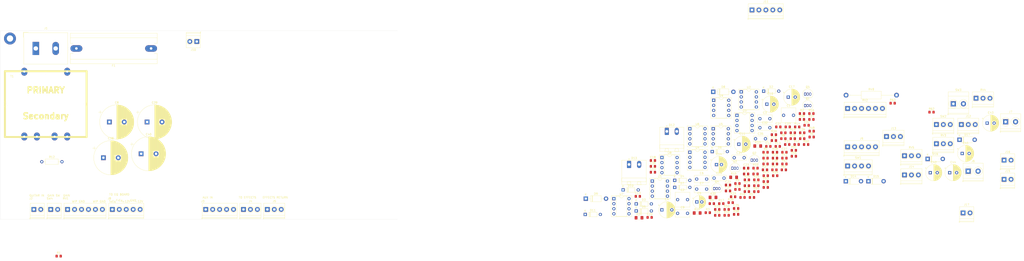
<source format=kicad_pcb>
(kicad_pcb (version 20171130) (host pcbnew "(5.1.5)-2")
  (layers (0 F.Cu signal) (31 B.Cu signal) (34 B.Paste user) (35 F.Paste user) (36 B.SilkS user) (37 F.SilkS user) (38 B.Mask user) (39 F.Mask user) (44 Edge.Cuts user))
  (net 0 "")
  (net 1 "Net-(C1-Pad2)")
  (net 2 "Net-(C1-Pad1)")
  (net 3 "Net-(C2-Pad1)")
  (net 4 "Net-(C2-Pad2)")
  (net 5 "Net-(C3-Pad1)")
  (net 6 FromEQ)
  (net 7 "Net-(C4-Pad2)")
  (net 8 "Net-(C4-Pad1)")
  (net 9 "Net-(C5-Pad1)")
  (net 10 "Net-(C5-Pad2)")
  (net 11 "Net-(C6-Pad1)")
  (net 12 "Net-(C7-Pad1)")
  (net 13 "Net-(C7-Pad2)")
  (net 14 GND)
  (net 15 +12V)
  (net 16 "Net-(C9-Pad1)")
  (net 17 PreEQ)
  (net 18 "Net-(C10-Pad1)")
  (net 19 "Net-(C11-Pad1)")
  (net 20 "Net-(C11-Pad2)")
  (net 21 -12V)
  (net 22 "Net-(C14-Pad1)")
  (net 23 "Net-(C14-Pad2)")
  (net 24 "Net-(C17-Pad1)")
  (net 25 "Net-(C17-Pad2)")
  (net 26 GNDD)
  (net 27 "Net-(C22-Pad2)")
  (net 28 "Net-(C23-Pad1)")
  (net 29 "Net-(C29-Pad1)")
  (net 30 "Net-(C29-Pad2)")
  (net 31 "Net-(C32-Pad2)")
  (net 32 TweeterXOVR)
  (net 33 "Net-(C33-Pad2)")
  (net 34 "Net-(C34-Pad2)")
  (net 35 "Net-(C35-Pad2)")
  (net 36 Overload)
  (net 37 "Net-(D3-Pad1)")
  (net 38 "Net-(D3-Pad2)")
  (net 39 "Net-(D4-Pad1)")
  (net 40 "Net-(D5-Pad1)")
  (net 41 "Net-(D5-Pad2)")
  (net 42 "Net-(D6-Pad1)")
  (net 43 "Net-(D9-Pad1)")
  (net 44 "Net-(D10-Pad2)")
  (net 45 "Net-(D11-Pad2)")
  (net 46 "Net-(D12-Pad2)")
  (net 47 "Net-(D13-Pad2)")
  (net 48 "Net-(F1-Pad2)")
  (net 49 "Net-(F1-Pad1)")
  (net 50 "Net-(Q5-Pad3)")
  (net 51 "Net-(J2-PadT)")
  (net 52 "Net-(R2-Pad1)")
  (net 53 "Net-(R4-Pad1)")
  (net 54 "Net-(R15-Pad1)")
  (net 55 EFXreturn)
  (net 56 "Net-(R10-Pad2)")
  (net 57 "Net-(R15-Pad2)")
  (net 58 "Net-(R16-Pad2)")
  (net 59 "Net-(R18-Pad2)")
  (net 60 "Net-(R19-Pad2)")
  (net 61 "Net-(R20-Pad1)")
  (net 62 "Net-(R21-Pad1)")
  (net 63 "Net-(R33-Pad1)")
  (net 64 "Net-(R34-Pad1)")
  (net 65 "Net-(R35-Pad2)")
  (net 66 "Net-(R37-Pad2)")
  (net 67 "Net-(R38-Pad2)")
  (net 68 "Net-(R40-Pad2)")
  (net 69 "Net-(R46-Pad2)")
  (net 70 "Net-(R50-Pad2)")
  (net 71 "Net-(R50-Pad1)")
  (net 72 "Net-(R52-Pad1)")
  (net 73 "Net-(R54-Pad2)")
  (net 74 HF*)
  (net 75 LF*)
  (net 76 Tweeter)
  (net 77 "Net-(U5-Pad6)")
  (net 78 LF)
  (net 79 HF)
  (net 80 "Net-(C41-Pad2)")
  (net 81 "Net-(C41-Pad1)")
  (net 82 "Net-(C42-Pad2)")
  (net 83 "Net-(C42-Pad1)")
  (net 84 "Net-(C43-Pad1)")
  (net 85 "Net-(C44-Pad1)")
  (net 86 "Net-(D14-Pad1)")
  (net 87 "Net-(D16-Pad2)")
  (net 88 "Net-(D16-Pad1)")
  (net 89 "Net-(J1-Pad1)")
  (net 90 ToEQ)
  (net 91 "Net-(R49-Pad2)")
  (net 92 "Net-(R62-Pad1)")
  (net 93 "Net-(RV3-Pad1)")
  (module Capacitor_THT:CP_Radial_D17.0mm_P7.50mm (layer F.Cu) (at 71 62)
    (fp_text reference C40 (at 3.75 -9.75) (layer F.SilkS))
    (fp_text value "1000uF 50V")
    (pad 2 thru_hole circle (at 7.5 0) (size 2.4 2.4) (drill 1.2) (layers *.Cu *.Mask) (net 21 -12V))
    (pad 1 thru_hole rect (at 0 0) (size 2.4 2.4) (drill 1.2) (layers *.Cu *.Mask) (net 14 GND))
  )
  (module Capacitor_THT:C_Rect_L7.2mm_W7.2mm_P5.00mm_FKS2_FKP2_MKS2_MKP2 (layer F.Cu) (at 394.275001 42.635001)
    (fp_text reference C1 (at 2.5 -4.85) (layer F.SilkS))
    (fp_text value 1uF)
    (pad 2 thru_hole circle (at 5 0) (size 1.6 1.6) (drill 0.8) (layers *.Cu *.Mask) (net 1 "Net-(C1-Pad2)"))
    (pad 1 thru_hole circle (at 0 0) (size 1.6 1.6) (drill 0.8) (layers *.Cu *.Mask) (net 2 "Net-(C1-Pad1)"))
  )
  (module Capacitor_THT:C_Rect_L7.2mm_W7.2mm_P5.00mm_FKS2_FKP2_MKS2_MKP2 (layer F.Cu) (at 340.945001 85.075001)
    (fp_text reference C2 (at 2.5 -4.85) (layer F.SilkS))
    (fp_text value 1uF)
    (pad 1 thru_hole circle (at 0 0) (size 1.6 1.6) (drill 0.8) (layers *.Cu *.Mask) (net 3 "Net-(C2-Pad1)"))
    (pad 2 thru_hole circle (at 5 0) (size 1.6 1.6) (drill 0.8) (layers *.Cu *.Mask) (net 4 "Net-(C2-Pad2)"))
  )
  (module Capacitor_THT:C_Rect_L7.2mm_W3.5mm_P5.00mm_FKS2_FKP2_MKS2_MKP2 (layer F.Cu) (at 382.375001 44.335001)
    (fp_text reference C3 (at 2.5 -3) (layer F.SilkS))
    (fp_text value 120n)
    (pad 1 thru_hole circle (at 0 0) (size 1.6 1.6) (drill 0.8) (layers *.Cu *.Mask) (net 5 "Net-(C3-Pad1)"))
    (pad 2 thru_hole circle (at 5 0) (size 1.6 1.6) (drill 0.8) (layers *.Cu *.Mask) (net 6 FromEQ))
  )
  (module Capacitor_THT:CP_Radial_D6.3mm_P2.50mm (layer F.Cu) (at 350.630242 86.235001)
    (fp_text reference C5 (at 1.25 -4.4) (layer F.SilkS))
    (fp_text value "10uF 50V")
    (pad 1 thru_hole rect (at 0 0) (size 1.6 1.6) (drill 0.8) (layers *.Cu *.Mask) (net 9 "Net-(C5-Pad1)"))
    (pad 2 thru_hole circle (at 2.5 0) (size 1.6 1.6) (drill 0.8) (layers *.Cu *.Mask) (net 10 "Net-(C5-Pad2)"))
  )
  (module Capacitor_THT:C_Rect_L7.2mm_W3.5mm_P5.00mm_FKS2_FKP2_MKS2_MKP2 (layer F.Cu) (at 350.555001 74.735001)
    (fp_text reference C6 (at 2.5 -3) (layer F.SilkS))
    (fp_text value 120n)
    (pad 2 thru_hole circle (at 5 0) (size 1.6 1.6) (drill 0.8) (layers *.Cu *.Mask) (net 5 "Net-(C3-Pad1)"))
    (pad 1 thru_hole circle (at 0 0) (size 1.6 1.6) (drill 0.8) (layers *.Cu *.Mask) (net 11 "Net-(C6-Pad1)"))
  )
  (module Capacitor_THT:C_Rect_L7.2mm_W3.5mm_P5.00mm_FKS2_FKP2_MKS2_MKP2 (layer F.Cu) (at 350.555001 79.785001)
    (fp_text reference C7 (at 2.5 -3) (layer F.SilkS))
    (fp_text value 120n)
    (pad 1 thru_hole circle (at 0 0) (size 1.6 1.6) (drill 0.8) (layers *.Cu *.Mask) (net 12 "Net-(C7-Pad1)"))
    (pad 2 thru_hole circle (at 5 0) (size 1.6 1.6) (drill 0.8) (layers *.Cu *.Mask) (net 13 "Net-(C7-Pad2)"))
  )
  (module Capacitor_THT:CP_Radial_D17.0mm_P7.50mm (layer F.Cu) (at 55 46)
    (fp_text reference C8 (at 3.75 -9.75) (layer F.SilkS))
    (fp_text value "1000uF 50V")
    (pad 2 thru_hole circle (at 7.5 0) (size 2.4 2.4) (drill 1.2) (layers *.Cu *.Mask) (net 14 GND))
    (pad 1 thru_hole rect (at 0 0) (size 2.4 2.4) (drill 1.2) (layers *.Cu *.Mask) (net 15 +12V))
  )
  (module Capacitor_THT:C_Rect_L7.2mm_W3.5mm_P5.00mm_FKS2_FKP2_MKS2_MKP2 (layer F.Cu) (at 340.945001 91.975001)
    (fp_text reference C9 (at 2.5 -3) (layer F.SilkS))
    (fp_text value 120n)
    (pad 2 thru_hole circle (at 5 0) (size 1.6 1.6) (drill 0.8) (layers *.Cu *.Mask) (net 12 "Net-(C7-Pad1)"))
    (pad 1 thru_hole circle (at 0 0) (size 1.6 1.6) (drill 0.8) (layers *.Cu *.Mask) (net 16 "Net-(C9-Pad1)"))
  )
  (module Capacitor_THT:CP_Radial_D8.0mm_P3.50mm (layer F.Cu) (at 385.879699 37.035001)
    (fp_text reference C10 (at 1.75 -5.25) (layer F.SilkS))
    (fp_text value "100uF 50V")
    (pad 2 thru_hole circle (at 3.5 0) (size 1.6 1.6) (drill 0.8) (layers *.Cu *.Mask) (net 17 PreEQ))
    (pad 1 thru_hole rect (at 0 0) (size 1.6 1.6) (drill 0.8) (layers *.Cu *.Mask) (net 18 "Net-(C10-Pad1)"))
  )
  (module Capacitor_THT:CP_Radial_D8.0mm_P3.50mm (layer F.Cu) (at 371.769699 57.185001)
    (fp_text reference C11 (at 1.75 -5.25) (layer F.SilkS))
    (fp_text value "100uF 50V")
    (pad 1 thru_hole rect (at 0 0) (size 1.6 1.6) (drill 0.8) (layers *.Cu *.Mask) (net 19 "Net-(C11-Pad1)"))
    (pad 2 thru_hole circle (at 3.5 0) (size 1.6 1.6) (drill 0.8) (layers *.Cu *.Mask) (net 20 "Net-(C11-Pad2)"))
  )
  (module Capacitor_SMD:C_0805_2012Metric_Pad1.15x1.40mm_HandSolder (layer F.Cu) (at 386.615001 58.285001)
    (fp_text reference C12 (at 0 -1.65) (layer F.SilkS))
    (fp_text value 0.1uF)
    (pad 2 smd roundrect (at 1.025 0) (size 1.15 1.4) (layers F.Cu F.Paste F.Mask) (roundrect_rratio 0.217391) (net 15 +12V))
    (pad 1 smd roundrect (at -1.025 0) (size 1.15 1.4) (layers F.Cu F.Paste F.Mask) (roundrect_rratio 0.217391) (net 14 GND))
  )
  (module Capacitor_SMD:C_0805_2012Metric_Pad1.15x1.40mm_HandSolder (layer F.Cu) (at 320.935001 83.425001)
    (fp_text reference C13 (at 0 -1.65) (layer F.SilkS))
    (fp_text value 0.1uF)
    (pad 1 smd roundrect (at -1.025 0) (size 1.15 1.4) (layers F.Cu F.Paste F.Mask) (roundrect_rratio 0.217391) (net 21 -12V))
    (pad 2 smd roundrect (at 1.025 0) (size 1.15 1.4) (layers F.Cu F.Paste F.Mask) (roundrect_rratio 0.217391) (net 14 GND))
  )
  (module Capacitor_THT:CP_Radial_D8.0mm_P2.50mm (layer F.Cu) (at 360.519699 67.435001)
    (fp_text reference C14 (at 1.25 -5.25) (layer F.SilkS))
    (fp_text value "100uF 50V")
    (pad 1 thru_hole rect (at 0 0) (size 1.6 1.6) (drill 0.8) (layers *.Cu *.Mask) (net 22 "Net-(C14-Pad1)"))
    (pad 2 thru_hole circle (at 2.5 0) (size 1.6 1.6) (drill 0.8) (layers *.Cu *.Mask) (net 23 "Net-(C14-Pad2)"))
  )
  (module Capacitor_SMD:C_0805_2012Metric_Pad1.15x1.40mm_HandSolder (layer F.Cu) (at 389.415001 55.335001)
    (fp_text reference C15 (at 0 -1.65) (layer F.SilkS))
    (fp_text value 0.1uF)
    (pad 2 smd roundrect (at 1.025 0) (size 1.15 1.4) (layers F.Cu F.Paste F.Mask) (roundrect_rratio 0.217391) (net 15 +12V))
    (pad 1 smd roundrect (at -1.025 0) (size 1.15 1.4) (layers F.Cu F.Paste F.Mask) (roundrect_rratio 0.217391) (net 14 GND))
  )
  (module Capacitor_SMD:C_0805_2012Metric_Pad1.15x1.40mm_HandSolder (layer F.Cu) (at 394.165001 51.435001)
    (fp_text reference C16 (at 0 -1.65) (layer F.SilkS))
    (fp_text value 0.1uF)
    (pad 1 smd roundrect (at -1.025 0) (size 1.15 1.4) (layers F.Cu F.Paste F.Mask) (roundrect_rratio 0.217391) (net 21 -12V))
    (pad 2 smd roundrect (at 1.025 0) (size 1.15 1.4) (layers F.Cu F.Paste F.Mask) (roundrect_rratio 0.217391) (net 14 GND))
  )
  (module Capacitor_THT:CP_Radial_D8.0mm_P3.50mm (layer F.Cu) (at 396.649699 33.485001)
    (fp_text reference C17 (at 1.75 -5.25) (layer F.SilkS))
    (fp_text value "100uF 50V")
    (pad 1 thru_hole rect (at 0 0) (size 1.6 1.6) (drill 0.8) (layers *.Cu *.Mask) (net 24 "Net-(C17-Pad1)"))
    (pad 2 thru_hole circle (at 3.5 0) (size 1.6 1.6) (drill 0.8) (layers *.Cu *.Mask) (net 25 "Net-(C17-Pad2)"))
  )
  (module Capacitor_SMD:C_0805_2012Metric_Pad1.15x1.40mm_HandSolder (layer F.Cu) (at 328.535001 65.385001)
    (fp_text reference C18 (at 0 -1.65) (layer F.SilkS))
    (fp_text value 0.1uF)
    (pad 2 smd roundrect (at 1.025 0) (size 1.15 1.4) (layers F.Cu F.Paste F.Mask) (roundrect_rratio 0.217391) (net 15 +12V))
    (pad 1 smd roundrect (at -1.025 0) (size 1.15 1.4) (layers F.Cu F.Paste F.Mask) (roundrect_rratio 0.217391) (net 14 GND))
  )
  (module Capacitor_SMD:C_0805_2012Metric_Pad1.15x1.40mm_HandSolder (layer F.Cu) (at 328.535001 71.285001)
    (fp_text reference C19 (at 0 -1.65) (layer F.SilkS))
    (fp_text value 0.1uF)
    (pad 2 smd roundrect (at 1.025 0) (size 1.15 1.4) (layers F.Cu F.Paste F.Mask) (roundrect_rratio 0.217391) (net 14 GND))
    (pad 1 smd roundrect (at -1.025 0) (size 1.15 1.4) (layers F.Cu F.Paste F.Mask) (roundrect_rratio 0.217391) (net 21 -12V))
  )
  (module Capacitor_SMD:C_0805_2012Metric_Pad1.15x1.40mm_HandSolder (layer F.Cu) (at 326.885001 94.025001)
    (fp_text reference C20 (at 0 -1.65) (layer F.SilkS))
    (fp_text value 0.1uF)
    (pad 2 smd roundrect (at 1.025 0) (size 1.15 1.4) (layers F.Cu F.Paste F.Mask) (roundrect_rratio 0.217391) (net 15 +12V))
    (pad 1 smd roundrect (at -1.025 0) (size 1.15 1.4) (layers F.Cu F.Paste F.Mask) (roundrect_rratio 0.217391) (net 14 GND))
  )
  (module Capacitor_SMD:C_0805_2012Metric_Pad1.15x1.40mm_HandSolder (layer F.Cu) (at 391.625001 48.485001)
    (fp_text reference C21 (at 0 -1.65) (layer F.SilkS))
    (fp_text value 0.1uF)
    (pad 1 smd roundrect (at -1.025 0) (size 1.15 1.4) (layers F.Cu F.Paste F.Mask) (roundrect_rratio 0.217391) (net 21 -12V))
    (pad 2 smd roundrect (at 1.025 0) (size 1.15 1.4) (layers F.Cu F.Paste F.Mask) (roundrect_rratio 0.217391) (net 14 GND))
  )
  (module Capacitor_SMD:C_0805_2012Metric_Pad1.15x1.40mm_HandSolder (layer F.Cu) (at 366.315001 77.735001)
    (fp_text reference C22 (at 0 -1.65) (layer F.SilkS))
    (fp_text value 0.1uF)
    (pad 1 smd roundrect (at -1.025 0) (size 1.15 1.4) (layers F.Cu F.Paste F.Mask) (roundrect_rratio 0.217391) (net 26 GNDD))
    (pad 2 smd roundrect (at 1.025 0) (size 1.15 1.4) (layers F.Cu F.Paste F.Mask) (roundrect_rratio 0.217391) (net 27 "Net-(C22-Pad2)"))
  )
  (module Capacitor_SMD:C_0805_2012Metric_Pad1.15x1.40mm_HandSolder (layer F.Cu) (at 375.425001 69.225001)
    (fp_text reference C23 (at 0 -1.65) (layer F.SilkS))
    (fp_text value 0.1uF)
    (pad 2 smd roundrect (at 1.025 0) (size 1.15 1.4) (layers F.Cu F.Paste F.Mask) (roundrect_rratio 0.217391) (net 15 +12V))
    (pad 1 smd roundrect (at -1.025 0) (size 1.15 1.4) (layers F.Cu F.Paste F.Mask) (roundrect_rratio 0.217391) (net 28 "Net-(C23-Pad1)"))
  )
  (module Capacitor_SMD:C_0805_2012Metric_Pad1.15x1.40mm_HandSolder (layer F.Cu) (at 366.315001 80.685001)
    (fp_text reference C24 (at 0 -1.65) (layer F.SilkS))
    (fp_text value 0.1uF)
    (pad 2 smd roundrect (at 1.025 0) (size 1.15 1.4) (layers F.Cu F.Paste F.Mask) (roundrect_rratio 0.217391) (net 28 "Net-(C23-Pad1)"))
    (pad 1 smd roundrect (at -1.025 0) (size 1.15 1.4) (layers F.Cu F.Paste F.Mask) (roundrect_rratio 0.217391) (net 21 -12V))
  )
  (module Capacitor_SMD:C_0805_2012Metric_Pad1.15x1.40mm_HandSolder (layer F.Cu) (at 370.395001 89.535001)
    (fp_text reference C25 (at 0 -1.65) (layer F.SilkS))
    (fp_text value 0.1uF)
    (pad 2 smd roundrect (at 1.025 0) (size 1.15 1.4) (layers F.Cu F.Paste F.Mask) (roundrect_rratio 0.217391) (net 15 +12V))
    (pad 1 smd roundrect (at -1.025 0) (size 1.15 1.4) (layers F.Cu F.Paste F.Mask) (roundrect_rratio 0.217391) (net 14 GND))
  )
  (module Capacitor_SMD:C_0805_2012Metric_Pad1.15x1.40mm_HandSolder (layer F.Cu) (at 403.665001 51.435001)
    (fp_text reference C26 (at 0 -1.65) (layer F.SilkS))
    (fp_text value 0.1uF)
    (pad 1 smd roundrect (at -1.025 0) (size 1.15 1.4) (layers F.Cu F.Paste F.Mask) (roundrect_rratio 0.217391) (net 21 -12V))
    (pad 2 smd roundrect (at 1.025 0) (size 1.15 1.4) (layers F.Cu F.Paste F.Mask) (roundrect_rratio 0.217391) (net 14 GND))
  )
  (module Capacitor_SMD:C_0805_2012Metric_Pad1.15x1.40mm_HandSolder (layer F.Cu) (at 394.705001 61.235001)
    (fp_text reference C27 (at 0 -1.65) (layer F.SilkS))
    (fp_text value 0.1uF)
    (pad 1 smd roundrect (at -1.025 0) (size 1.15 1.4) (layers F.Cu F.Paste F.Mask) (roundrect_rratio 0.217391) (net 14 GND))
    (pad 2 smd roundrect (at 1.025 0) (size 1.15 1.4) (layers F.Cu F.Paste F.Mask) (roundrect_rratio 0.217391) (net 15 +12V))
  )
  (module Capacitor_SMD:C_0805_2012Metric_Pad1.15x1.40mm_HandSolder (layer F.Cu) (at 389.955001 67.135001)
    (fp_text reference C28 (at 0 -1.65) (layer F.SilkS))
    (fp_text value 0.1uF)
    (pad 1 smd roundrect (at -1.025 0) (size 1.15 1.4) (layers F.Cu F.Paste F.Mask) (roundrect_rratio 0.217391) (net 21 -12V))
    (pad 2 smd roundrect (at 1.025 0) (size 1.15 1.4) (layers F.Cu F.Paste F.Mask) (roundrect_rratio 0.217391) (net 14 GND))
  )
  (module Capacitor_THT:C_Rect_L7.2mm_W2.5mm_P5.00mm_FKS2_FKP2_MKS2_MKP2 (layer F.Cu) (at 359.305001 74.235001)
    (fp_text reference C29 (at 2.5 -2.5) (layer F.SilkS))
    (fp_text value "0.1uF (AUDIO)")
    (pad 1 thru_hole circle (at 0 0) (size 1.6 1.6) (drill 0.8) (layers *.Cu *.Mask) (net 29 "Net-(C29-Pad1)"))
    (pad 2 thru_hole circle (at 5 0) (size 1.6 1.6) (drill 0.8) (layers *.Cu *.Mask) (net 30 "Net-(C29-Pad2)"))
  )
  (module Capacitor_SMD:C_0805_2012Metric_Pad1.15x1.40mm_HandSolder (layer F.Cu) (at 375.815001 81.025001)
    (fp_text reference C30 (at 0 -1.65) (layer F.SilkS))
    (fp_text value 0.1uF)
    (pad 2 smd roundrect (at 1.025 0) (size 1.15 1.4) (layers F.Cu F.Paste F.Mask) (roundrect_rratio 0.217391) (net 15 +12V))
    (pad 1 smd roundrect (at -1.025 0) (size 1.15 1.4) (layers F.Cu F.Paste F.Mask) (roundrect_rratio 0.217391) (net 26 GNDD))
  )
  (module Capacitor_SMD:C_0805_2012Metric_Pad1.15x1.40mm_HandSolder (layer F.Cu) (at 403.665001 54.385001)
    (fp_text reference C31 (at 0 -1.65) (layer F.SilkS))
    (fp_text value 0.1uF)
    (pad 1 smd roundrect (at -1.025 0) (size 1.15 1.4) (layers F.Cu F.Paste F.Mask) (roundrect_rratio 0.217391) (net 21 -12V))
    (pad 2 smd roundrect (at 1.025 0) (size 1.15 1.4) (layers F.Cu F.Paste F.Mask) (roundrect_rratio 0.217391) (net 26 GNDD))
  )
  (module Capacitor_THT:C_Rect_L7.2mm_W2.5mm_P5.00mm_FKS2_FKP2_MKS2_MKP2 (layer F.Cu) (at 382.375001 48.885001)
    (fp_text reference C32 (at 2.5 -2.5) (layer F.SilkS))
    (fp_text value 15nF)
    (pad 2 thru_hole circle (at 5 0) (size 1.6 1.6) (drill 0.8) (layers *.Cu *.Mask) (net 31 "Net-(C32-Pad2)"))
    (pad 1 thru_hole circle (at 0 0) (size 1.6 1.6) (drill 0.8) (layers *.Cu *.Mask) (net 32 TweeterXOVR))
  )
  (module Capacitor_SMD:C_0805_2012Metric_Pad1.15x1.40mm_HandSolder (layer F.Cu) (at 396.375001 48.485001)
    (fp_text reference C33 (at 0 -1.65) (layer F.SilkS))
    (fp_text value 0.1uF)
    (pad 1 smd roundrect (at -1.025 0) (size 1.15 1.4) (layers F.Cu F.Paste F.Mask) (roundrect_rratio 0.217391) (net 14 GND))
    (pad 2 smd roundrect (at 1.025 0) (size 1.15 1.4) (layers F.Cu F.Paste F.Mask) (roundrect_rratio 0.217391) (net 33 "Net-(C33-Pad2)"))
  )
  (module Capacitor_THT:C_Rect_L7.2mm_W2.5mm_P5.00mm_FKS2_FKP2_MKS2_MKP2 (layer F.Cu) (at 369.445001 63.985001)
    (fp_text reference C34 (at 2.5 -2.5) (layer F.SilkS))
    (fp_text value 15nF)
    (pad 2 thru_hole circle (at 5 0) (size 1.6 1.6) (drill 0.8) (layers *.Cu *.Mask) (net 34 "Net-(C34-Pad2)"))
    (pad 1 thru_hole circle (at 0 0) (size 1.6 1.6) (drill 0.8) (layers *.Cu *.Mask) (net 31 "Net-(C32-Pad2)"))
  )
  (module Capacitor_THT:C_Rect_L7.2mm_W2.5mm_P5.00mm_FKS2_FKP2_MKS2_MKP2 (layer F.Cu) (at 380.165001 54.435001)
    (fp_text reference C35 (at 2.5 -2.5) (layer F.SilkS))
    (fp_text value 15nF)
    (pad 1 thru_hole circle (at 0 0) (size 1.6 1.6) (drill 0.8) (layers *.Cu *.Mask) (net 34 "Net-(C34-Pad2)"))
    (pad 2 thru_hole circle (at 5 0) (size 1.6 1.6) (drill 0.8) (layers *.Cu *.Mask) (net 35 "Net-(C35-Pad2)"))
  )
  (module Capacitor_SMD:C_0805_2012Metric_Pad1.15x1.40mm_HandSolder (layer F.Cu) (at 328.535001 68.335001)
    (fp_text reference C36 (at 0 -1.65) (layer F.SilkS))
    (fp_text value 0.1uF)
    (pad 1 smd roundrect (at -1.025 0) (size 1.15 1.4) (layers F.Cu F.Paste F.Mask) (roundrect_rratio 0.217391) (net 14 GND))
    (pad 2 smd roundrect (at 1.025 0) (size 1.15 1.4) (layers F.Cu F.Paste F.Mask) (roundrect_rratio 0.217391) (net 15 +12V))
  )
  (module Capacitor_SMD:C_0805_2012Metric_Pad1.15x1.40mm_HandSolder (layer F.Cu) (at 375.425001 72.175001)
    (fp_text reference C37 (at 0 -1.65) (layer F.SilkS))
    (fp_text value 0.1uF)
    (pad 2 smd roundrect (at 1.025 0) (size 1.15 1.4) (layers F.Cu F.Paste F.Mask) (roundrect_rratio 0.217391) (net 14 GND))
    (pad 1 smd roundrect (at -1.025 0) (size 1.15 1.4) (layers F.Cu F.Paste F.Mask) (roundrect_rratio 0.217391) (net 21 -12V))
  )
  (module Capacitor_THT:CP_Radial_D17.0mm_P7.50mm (layer F.Cu) (at 52 64)
    (fp_text reference C38 (at 3.75 -9.75) (layer F.SilkS))
    (fp_text value "1000uF 50V")
    (pad 1 thru_hole rect (at 0 0) (size 2.4 2.4) (drill 1.2) (layers *.Cu *.Mask) (net 15 +12V))
    (pad 2 thru_hole circle (at 7.5 0) (size 2.4 2.4) (drill 1.2) (layers *.Cu *.Mask) (net 14 GND))
  )
  (module Capacitor_THT:CP_Radial_D17.0mm_P7.50mm (layer F.Cu) (at 74 46)
    (fp_text reference C39 (at 3.75 -9.75) (layer F.SilkS))
    (fp_text value "1000uF 50V")
    (pad 1 thru_hole rect (at 0 0) (size 2.4 2.4) (drill 1.2) (layers *.Cu *.Mask) (net 14 GND))
    (pad 2 thru_hole circle (at 7.5 0) (size 2.4 2.4) (drill 1.2) (layers *.Cu *.Mask) (net 21 -12V))
  )
  (module Diode_THT:D_DO-35_SOD27_P7.62mm_Horizontal (layer F.Cu) (at 384.235001 30.485001)
    (fp_text reference D2 (at 3.81 -2.12) (layer F.SilkS))
    (fp_text value 1N4148)
    (fp_text user K (at 0 -1.8) (layer F.SilkS))
    (pad 1 thru_hole rect (at 0 0) (size 1.6 1.6) (drill 0.8) (layers *.Cu *.Mask) (net 36 Overload))
    (pad 2 thru_hole oval (at 7.62 0) (size 1.6 1.6) (drill 0.8) (layers *.Cu *.Mask) (net 10 "Net-(C5-Pad2)"))
  )
  (module Diode_THT:D_DO-35_SOD27_P7.62mm_Horizontal (layer F.Cu) (at 320.135001 87.225001)
    (fp_text reference D3 (at 3.81 -2.12) (layer F.SilkS))
    (fp_text value 1N4148)
    (fp_text user K (at 0 -1.8) (layer F.SilkS))
    (pad 1 thru_hole rect (at 0 0) (size 1.6 1.6) (drill 0.8) (layers *.Cu *.Mask) (net 37 "Net-(D3-Pad1)"))
    (pad 2 thru_hole oval (at 7.62 0) (size 1.6 1.6) (drill 0.8) (layers *.Cu *.Mask) (net 38 "Net-(D3-Pad2)"))
  )
  (module Diode_THT:D_DO-35_SOD27_P7.62mm_Horizontal (layer F.Cu) (at 339.485001 75.375001)
    (fp_text reference D4 (at 3.81 -2.12) (layer F.SilkS))
    (fp_text value 1N4148)
    (fp_text user K (at 0 -1.8) (layer F.SilkS))
    (pad 2 thru_hole oval (at 7.62 0) (size 1.6 1.6) (drill 0.8) (layers *.Cu *.Mask) (net 37 "Net-(D3-Pad1)"))
    (pad 1 thru_hole rect (at 0 0) (size 1.6 1.6) (drill 0.8) (layers *.Cu *.Mask) (net 39 "Net-(D4-Pad1)"))
  )
  (module Diode_THT:D_DO-35_SOD27_P7.62mm_Horizontal (layer F.Cu) (at 320.135001 90.775001)
    (fp_text reference D5 (at 3.81 -2.12) (layer F.SilkS))
    (fp_text value 1N4148)
    (fp_text user K (at 0 -1.8) (layer F.SilkS))
    (pad 1 thru_hole rect (at 0 0) (size 1.6 1.6) (drill 0.8) (layers *.Cu *.Mask) (net 40 "Net-(D5-Pad1)"))
    (pad 2 thru_hole oval (at 7.62 0) (size 1.6 1.6) (drill 0.8) (layers *.Cu *.Mask) (net 41 "Net-(D5-Pad2)"))
  )
  (module Diode_THT:D_DO-35_SOD27_P7.62mm_Horizontal (layer F.Cu) (at 358.375001 60.885001)
    (fp_text reference D6 (at 3.81 -2.12) (layer F.SilkS))
    (fp_text value 1N4148)
    (fp_text user K (at 0 -1.8) (layer F.SilkS))
    (pad 2 thru_hole oval (at 7.62 0) (size 1.6 1.6) (drill 0.8) (layers *.Cu *.Mask) (net 40 "Net-(D5-Pad1)"))
    (pad 1 thru_hole rect (at 0 0) (size 1.6 1.6) (drill 0.8) (layers *.Cu *.Mask) (net 42 "Net-(D6-Pad1)"))
  )
  (module Diode_THT:D_DO-35_SOD27_P7.62mm_Horizontal (layer F.Cu) (at 339.485001 78.925001)
    (fp_text reference D7 (at 3.81 -2.12) (layer F.SilkS))
    (fp_text value 1N4148)
    (fp_text user K (at 0 -1.8) (layer F.SilkS))
    (pad 2 thru_hole oval (at 7.62 0) (size 1.6 1.6) (drill 0.8) (layers *.Cu *.Mask) (net 17 PreEQ))
    (pad 1 thru_hole rect (at 0 0) (size 1.6 1.6) (drill 0.8) (layers *.Cu *.Mask) (net 36 Overload))
  )
  (module Diode_THT:D_DO-41_SOD81_P10.16mm_Horizontal (layer F.Cu) (at 358.875001 30.835001)
    (fp_text reference D8 (at 5.08 -2.47) (layer F.SilkS))
    (fp_text value 1N5819)
    (fp_text user K (at 0 -2.1) (layer F.SilkS))
    (pad 1 thru_hole rect (at 0 0) (size 2.2 2.2) (drill 1.1) (layers *.Cu *.Mask) (net 15 +12V))
    (pad 2 thru_hole oval (at 10.16 0) (size 2.2 2.2) (drill 1.1) (layers *.Cu *.Mask))
  )
  (module Diode_THT:D_DO-41_SOD81_P10.16mm_Horizontal (layer F.Cu) (at 294.775001 84.585001)
    (fp_text reference D9 (at 5.08 -2.47) (layer F.SilkS))
    (fp_text value 1N5819)
    (fp_text user K (at 0 -2.1) (layer F.SilkS))
    (pad 2 thru_hole oval (at 10.16 0) (size 2.2 2.2) (drill 1.1) (layers *.Cu *.Mask) (net 21 -12V))
    (pad 1 thru_hole rect (at 0 0) (size 2.2 2.2) (drill 1.1) (layers *.Cu *.Mask) (net 43 "Net-(D9-Pad1)"))
  )
  (module Diode_THT:D_DO-35_SOD27_P7.62mm_Horizontal (layer F.Cu) (at 313.525001 80.175001)
    (fp_text reference D10 (at 3.81 -2.12) (layer F.SilkS))
    (fp_text value 1N4148)
    (fp_text user K (at 0 -1.8) (layer F.SilkS))
    (pad 2 thru_hole oval (at 7.62 0) (size 1.6 1.6) (drill 0.8) (layers *.Cu *.Mask) (net 44 "Net-(D10-Pad2)"))
    (pad 1 thru_hole rect (at 0 0) (size 1.6 1.6) (drill 0.8) (layers *.Cu *.Mask) (net 27 "Net-(C22-Pad2)"))
  )
  (module Diode_THT:D_DO-35_SOD27_P7.62mm_Horizontal (layer F.Cu) (at 294.475001 92.535001)
    (fp_text reference D11 (at 3.81 -2.12) (layer F.SilkS))
    (fp_text value 1N4148)
    (fp_text user K (at 0 -1.8) (layer F.SilkS))
    (pad 1 thru_hole rect (at 0 0) (size 1.6 1.6) (drill 0.8) (layers *.Cu *.Mask) (net 36 Overload))
    (pad 2 thru_hole oval (at 7.62 0) (size 1.6 1.6) (drill 0.8) (layers *.Cu *.Mask) (net 45 "Net-(D11-Pad2)"))
  )
  (module Connector_Phoenix_MSTB:PhoenixContact_MSTBA_2,5_2-G_1x02_P5.00mm_Horizontal (layer F.Cu) (at 335.525001 50.730001)
    (fp_text reference D12 (at 2.5 -3.2) (layer F.SilkS))
    (fp_text value OVERLOAD)
    (pad 1 thru_hole roundrect (at 0 0) (size 2 3.6) (drill 1.4) (layers *.Cu *.Mask) (roundrect_rratio 0.125) (net 26 GNDD))
    (pad 2 thru_hole oval (at 5 0) (size 2 3.6) (drill 1.4) (layers *.Cu *.Mask) (net 46 "Net-(D12-Pad2)"))
  )
  (module Connector_Phoenix_MSTB:PhoenixContact_MSTBA_2,5_2-G-5,08_1x02_P5.08mm_Horizontal (layer F.Cu) (at 316.515001 67.380001)
    (fp_text reference D13 (at 2.54 -3.2) (layer F.SilkS))
    (fp_text value POWER)
    (pad 1 thru_hole roundrect (at 0 0) (size 2.08 3.6) (drill 1.4) (layers *.Cu *.Mask) (roundrect_rratio 0.120192) (net 21 -12V))
    (pad 2 thru_hole oval (at 5.08 0) (size 2.08 3.6) (drill 1.4) (layers *.Cu *.Mask) (net 47 "Net-(D13-Pad2)"))
  )
  (module Fuse:Fuseholder_Cylinder-5x20mm_Schurter_0031-8002_Horizontal_Open (layer F.Cu) (at 76 9 180)
    (fp_text reference F1 (at 18.85 -8.65) (layer F.SilkS))
    (fp_text value Fuse)
    (pad "" np_thru_hole circle (at 18.8 0 180) (size 3.25 3.25) (drill 3.25) (layers *.Cu *.Mask))
    (pad 2 thru_hole oval (at 37.59 0 270) (size 3.25 6) (drill 1.3) (layers *.Cu *.Mask) (net 48 "Net-(F1-Pad2)"))
    (pad 1 thru_hole oval (at 0 0 270) (size 3.25 6) (drill 1.3) (layers *.Cu *.Mask) (net 49 "Net-(F1-Pad1)"))
  )
  (module Package_TO_SOT_THT:TO-92_Inline (layer F.Cu) (at 405.155001 37.755001)
    (fp_text reference Q1 (at 1.27 -3.56) (layer F.SilkS))
    (fp_text value 2N3904)
    (pad 2 thru_hole oval (at 1.27 0) (size 1.05 1.5) (drill 0.75) (layers *.Cu *.Mask) (net 38 "Net-(D3-Pad2)"))
    (pad 3 thru_hole oval (at 2.54 0) (size 1.05 1.5) (drill 0.75) (layers *.Cu *.Mask) (net 15 +12V))
    (pad 1 thru_hole rect (at 0 0) (size 1.05 1.5) (drill 0.75) (layers *.Cu *.Mask) (net 24 "Net-(C17-Pad1)"))
  )
  (module Package_TO_SOT_THT:TO-92_Inline (layer F.Cu) (at 378.305001 65.215001)
    (fp_text reference Q2 (at 1.27 -3.56) (layer F.SilkS))
    (fp_text value 2N3906)
    (pad 1 thru_hole rect (at 0 0) (size 1.05 1.5) (drill 0.75) (layers *.Cu *.Mask) (net 21 -12V))
    (pad 3 thru_hole oval (at 2.54 0) (size 1.05 1.5) (drill 0.75) (layers *.Cu *.Mask) (net 24 "Net-(C17-Pad1)"))
    (pad 2 thru_hole oval (at 1.27 0) (size 1.05 1.5) (drill 0.75) (layers *.Cu *.Mask) (net 39 "Net-(D4-Pad1)"))
  )
  (module Package_TO_SOT_THT:TO-92_Inline (layer F.Cu) (at 368.525001 69.265001)
    (fp_text reference Q3 (at 1.27 -3.56) (layer F.SilkS))
    (fp_text value 2N3904)
    (pad 1 thru_hole rect (at 0 0) (size 1.05 1.5) (drill 0.75) (layers *.Cu *.Mask) (net 22 "Net-(C14-Pad1)"))
    (pad 3 thru_hole oval (at 2.54 0) (size 1.05 1.5) (drill 0.75) (layers *.Cu *.Mask) (net 15 +12V))
    (pad 2 thru_hole oval (at 1.27 0) (size 1.05 1.5) (drill 0.75) (layers *.Cu *.Mask) (net 41 "Net-(D5-Pad2)"))
  )
  (module Package_TO_SOT_THT:TO-92_Inline (layer F.Cu) (at 359.415001 79.515001)
    (fp_text reference Q4 (at 1.27 -3.56) (layer F.SilkS))
    (fp_text value 2N3906)
    (pad 2 thru_hole oval (at 1.27 0) (size 1.05 1.5) (drill 0.75) (layers *.Cu *.Mask) (net 42 "Net-(D6-Pad1)"))
    (pad 3 thru_hole oval (at 2.54 0) (size 1.05 1.5) (drill 0.75) (layers *.Cu *.Mask) (net 22 "Net-(C14-Pad1)"))
    (pad 1 thru_hole rect (at 0 0) (size 1.05 1.5) (drill 0.75) (layers *.Cu *.Mask) (net 21 -12V))
  )
  (module Package_TO_SOT_THT:TO-92_Inline (layer F.Cu) (at 405.155001 31.965001)
    (fp_text reference Q5 (at 1.27 -3.56) (layer F.SilkS))
    (fp_text value BC549)
    (pad 2 thru_hole oval (at 1.27 0) (size 1.05 1.5) (drill 0.75) (layers *.Cu *.Mask) (net 27 "Net-(C22-Pad2)"))
    (pad 3 thru_hole oval (at 2.54 0) (size 1.05 1.5) (drill 0.75) (layers *.Cu *.Mask) (net 50 "Net-(Q5-Pad3)"))
    (pad 1 thru_hole rect (at 0 0) (size 1.05 1.5) (drill 0.75) (layers *.Cu *.Mask) (net 15 +12V))
  )
  (module Resistor_SMD:R_0805_2012Metric_Pad1.15x1.40mm_HandSolder (layer F.Cu) (at 29.5 113.5)
    (fp_text reference R1 (at 0 -1.65) (layer F.SilkS))
    (fp_text value 1M)
    (pad 1 smd roundrect (at -1.025 0) (size 1.15 1.4) (layers F.Cu F.Paste F.Mask) (roundrect_rratio 0.217391) (net 14 GND))
    (pad 2 smd roundrect (at 1.025 0) (size 1.15 1.4) (layers F.Cu F.Paste F.Mask) (roundrect_rratio 0.217391) (net 51 "Net-(J2-PadT)"))
  )
  (module Resistor_SMD:R_0805_2012Metric_Pad1.15x1.40mm_HandSolder (layer F.Cu) (at 403.525001 41.765001)
    (fp_text reference R2 (at 0 -1.65) (layer F.SilkS))
    (fp_text value 560)
    (pad 2 smd roundrect (at 1.025 0) (size 1.15 1.4) (layers F.Cu F.Paste F.Mask) (roundrect_rratio 0.217391) (net 51 "Net-(J2-PadT)"))
    (pad 1 smd roundrect (at -1.025 0) (size 1.15 1.4) (layers F.Cu F.Paste F.Mask) (roundrect_rratio 0.217391) (net 52 "Net-(R2-Pad1)"))
  )
  (module Resistor_SMD:R_0805_2012Metric_Pad1.15x1.40mm_HandSolder (layer F.Cu) (at 356.145001 91.635001)
    (fp_text reference R3 (at 0 -1.65) (layer F.SilkS))
    (fp_text value 10k)
    (pad 1 smd roundrect (at -1.025 0) (size 1.15 1.4) (layers F.Cu F.Paste F.Mask) (roundrect_rratio 0.217391) (net 4 "Net-(C2-Pad2)"))
    (pad 2 smd roundrect (at 1.025 0) (size 1.15 1.4) (layers F.Cu F.Paste F.Mask) (roundrect_rratio 0.217391) (net 14 GND))
  )
  (module Resistor_SMD:R_0805_2012Metric_Pad1.15x1.40mm_HandSolder (layer F.Cu) (at 358.175001 87.075001)
    (fp_text reference R4 (at 0 -1.65) (layer F.SilkS))
    (fp_text value 2.7K)
    (pad 1 smd roundrect (at -1.025 0) (size 1.15 1.4) (layers F.Cu F.Paste F.Mask) (roundrect_rratio 0.217391) (net 53 "Net-(R4-Pad1)"))
    (pad 2 smd roundrect (at 1.025 0) (size 1.15 1.4) (layers F.Cu F.Paste F.Mask) (roundrect_rratio 0.217391) (net 14 GND))
  )
  (module Resistor_SMD:R_0805_2012Metric_Pad1.15x1.40mm_HandSolder (layer F.Cu) (at 385.205001 61.235001)
    (fp_text reference R5 (at 0 -1.65) (layer F.SilkS))
    (fp_text value 10k)
    (pad 2 smd roundrect (at 1.025 0) (size 1.15 1.4) (layers F.Cu F.Paste F.Mask) (roundrect_rratio 0.217391) (net 14 GND))
    (pad 1 smd roundrect (at -1.025 0) (size 1.15 1.4) (layers F.Cu F.Paste F.Mask) (roundrect_rratio 0.217391) (net 1 "Net-(C1-Pad2)"))
  )
  (module Resistor_SMD:R_0805_2012Metric_Pad1.15x1.40mm_HandSolder (layer F.Cu) (at 408.415001 53.565001)
    (fp_text reference R6 (at 0 -1.65) (layer F.SilkS))
    (fp_text value 10k)
    (pad 1 smd roundrect (at -1.025 0) (size 1.15 1.4) (layers F.Cu F.Paste F.Mask) (roundrect_rratio 0.217391) (net 53 "Net-(R4-Pad1)"))
    (pad 2 smd roundrect (at 1.025 0) (size 1.15 1.4) (layers F.Cu F.Paste F.Mask) (roundrect_rratio 0.217391) (net 9 "Net-(C5-Pad1)"))
  )
  (module Resistor_SMD:R_0805_2012Metric_Pad1.15x1.40mm_HandSolder (layer F.Cu) (at 380.175001 72.175001)
    (fp_text reference R7 (at 0 -1.65) (layer F.SilkS))
    (fp_text value 1.8K)
    (pad 1 smd roundrect (at -1.025 0) (size 1.15 1.4) (layers F.Cu F.Paste F.Mask) (roundrect_rratio 0.217391) (net 53 "Net-(R4-Pad1)"))
    (pad 2 smd roundrect (at 1.025 0) (size 1.15 1.4) (layers F.Cu F.Paste F.Mask) (roundrect_rratio 0.217391) (net 8 "Net-(C4-Pad1)"))
  )
  (module Resistor_SMD:R_0805_2012Metric_Pad1.15x1.40mm_HandSolder (layer F.Cu) (at 394.165001 54.385001)
    (fp_text reference R8 (at 0 -1.65) (layer F.SilkS))
    (fp_text value 10k)
    (pad 2 smd roundrect (at 1.025 0) (size 1.15 1.4) (layers F.Cu F.Paste F.Mask) (roundrect_rratio 0.217391) (net 54 "Net-(R15-Pad1)"))
    (pad 1 smd roundrect (at -1.025 0) (size 1.15 1.4) (layers F.Cu F.Paste F.Mask) (roundrect_rratio 0.217391) (net 55 EFXreturn))
  )
  (module Resistor_SMD:R_0805_2012Metric_Pad1.15x1.40mm_HandSolder (layer F.Cu) (at 371.065001 76.975001)
    (fp_text reference R9 (at 0 -1.65) (layer F.SilkS))
    (fp_text value 10k)
    (pad 1 smd roundrect (at -1.025 0) (size 1.15 1.4) (layers F.Cu F.Paste F.Mask) (roundrect_rratio 0.217391) (net 2 "Net-(C1-Pad1)"))
    (pad 2 smd roundrect (at 1.025 0) (size 1.15 1.4) (layers F.Cu F.Paste F.Mask) (roundrect_rratio 0.217391) (net 54 "Net-(R15-Pad1)"))
  )
  (module Resistor_SMD:R_0805_2012Metric_Pad1.15x1.40mm_HandSolder (layer F.Cu) (at 380.175001 69.225001)
    (fp_text reference R10 (at 0 -1.65) (layer F.SilkS))
    (fp_text value 10k)
    (pad 2 smd roundrect (at 1.025 0) (size 1.15 1.4) (layers F.Cu F.Paste F.Mask) (roundrect_rratio 0.217391) (net 56 "Net-(R10-Pad2)"))
    (pad 1 smd roundrect (at -1.025 0) (size 1.15 1.4) (layers F.Cu F.Paste F.Mask) (roundrect_rratio 0.217391) (net 3 "Net-(C2-Pad1)"))
  )
  (module Resistor_SMD:R_0805_2012Metric_Pad1.15x1.40mm_HandSolder (layer F.Cu) (at 385.205001 64.185001)
    (fp_text reference R11 (at 0 -1.65) (layer F.SilkS))
    (fp_text value 10k)
    (pad 2 smd roundrect (at 1.025 0) (size 1.15 1.4) (layers F.Cu F.Paste F.Mask) (roundrect_rratio 0.217391) (net 56 "Net-(R10-Pad2)"))
    (pad 1 smd roundrect (at -1.025 0) (size 1.15 1.4) (layers F.Cu F.Paste F.Mask) (roundrect_rratio 0.217391) (net 55 EFXreturn))
  )
  (module Resistor_THT:R_Axial_DIN0207_L6.3mm_D2.5mm_P10.16mm_Horizontal (layer F.Cu) (at 21 66)
    (fp_text reference R12 (at 5.08 -2.37) (layer F.SilkS))
    (fp_text value 0)
    (pad 1 thru_hole circle (at 0 0) (size 1.6 1.6) (drill 0.8) (layers *.Cu *.Mask) (net 26 GNDD))
    (pad 2 thru_hole oval (at 10.16 0) (size 1.6 1.6) (drill 0.8) (layers *.Cu *.Mask) (net 14 GND))
  )
  (module Resistor_SMD:R_0805_2012Metric_Pad1.15x1.40mm_HandSolder (layer F.Cu) (at 391.365001 58.285001)
    (fp_text reference R13 (at 0 -1.65) (layer F.SilkS))
    (fp_text value 27k)
    (pad 2 smd roundrect (at 1.025 0) (size 1.15 1.4) (layers F.Cu F.Paste F.Mask) (roundrect_rratio 0.217391) (net 5 "Net-(C3-Pad1)"))
    (pad 1 smd roundrect (at -1.025 0) (size 1.15 1.4) (layers F.Cu F.Paste F.Mask) (roundrect_rratio 0.217391) (net 13 "Net-(C7-Pad2)"))
  )
  (module Resistor_SMD:R_0805_2012Metric_Pad1.15x1.40mm_HandSolder (layer F.Cu) (at 401.125001 48.485001)
    (fp_text reference R14 (at 0 -1.65) (layer F.SilkS))
    (fp_text value 100k)
    (pad 2 smd roundrect (at 1.025 0) (size 1.15 1.4) (layers F.Cu F.Paste F.Mask) (roundrect_rratio 0.217391) (net 14 GND))
    (pad 1 smd roundrect (at -1.025 0) (size 1.15 1.4) (layers F.Cu F.Paste F.Mask) (roundrect_rratio 0.217391) (net 7 "Net-(C4-Pad2)"))
  )
  (module Resistor_SMD:R_0805_2012Metric_Pad1.15x1.40mm_HandSolder (layer F.Cu) (at 371.065001 79.925001)
    (fp_text reference R15 (at 0 -1.65) (layer F.SilkS))
    (fp_text value 22k)
    (pad 1 smd roundrect (at -1.025 0) (size 1.15 1.4) (layers F.Cu F.Paste F.Mask) (roundrect_rratio 0.217391) (net 54 "Net-(R15-Pad1)"))
    (pad 2 smd roundrect (at 1.025 0) (size 1.15 1.4) (layers F.Cu F.Paste F.Mask) (roundrect_rratio 0.217391) (net 57 "Net-(R15-Pad2)"))
  )
  (module Resistor_SMD:R_0805_2012Metric_Pad1.15x1.40mm_HandSolder (layer F.Cu) (at 408.275001 41.765001)
    (fp_text reference R16 (at 0 -1.65) (layer F.SilkS))
    (fp_text value 22k)
    (pad 2 smd roundrect (at 1.025 0) (size 1.15 1.4) (layers F.Cu F.Paste F.Mask) (roundrect_rratio 0.217391) (net 58 "Net-(R16-Pad2)"))
    (pad 1 smd roundrect (at -1.025 0) (size 1.15 1.4) (layers F.Cu F.Paste F.Mask) (roundrect_rratio 0.217391) (net 56 "Net-(R10-Pad2)"))
  )
  (module Resistor_SMD:R_0805_2012Metric_Pad1.15x1.40mm_HandSolder (layer F.Cu) (at 362.925001 87.075001)
    (fp_text reference R17 (at 0 -1.65) (layer F.SilkS))
    (fp_text value 27k)
    (pad 1 smd roundrect (at -1.025 0) (size 1.15 1.4) (layers F.Cu F.Paste F.Mask) (roundrect_rratio 0.217391) (net 19 "Net-(C11-Pad1)"))
    (pad 2 smd roundrect (at 1.025 0) (size 1.15 1.4) (layers F.Cu F.Paste F.Mask) (roundrect_rratio 0.217391) (net 12 "Net-(C7-Pad1)"))
  )
  (module Resistor_SMD:R_0805_2012Metric_Pad1.15x1.40mm_HandSolder (layer F.Cu) (at 389.955001 61.235001)
    (fp_text reference R18 (at 0 -1.65) (layer F.SilkS))
    (fp_text value 10K)
    (pad 1 smd roundrect (at -1.025 0) (size 1.15 1.4) (layers F.Cu F.Paste F.Mask) (roundrect_rratio 0.217391) (net 57 "Net-(R15-Pad2)"))
    (pad 2 smd roundrect (at 1.025 0) (size 1.15 1.4) (layers F.Cu F.Paste F.Mask) (roundrect_rratio 0.217391) (net 59 "Net-(R18-Pad2)"))
  )
  (module Resistor_SMD:R_0805_2012Metric_Pad1.15x1.40mm_HandSolder (layer F.Cu) (at 398.915001 51.435001)
    (fp_text reference R19 (at 0 -1.65) (layer F.SilkS))
    (fp_text value 10K)
    (pad 1 smd roundrect (at -1.025 0) (size 1.15 1.4) (layers F.Cu F.Paste F.Mask) (roundrect_rratio 0.217391) (net 58 "Net-(R16-Pad2)"))
    (pad 2 smd roundrect (at 1.025 0) (size 1.15 1.4) (layers F.Cu F.Paste F.Mask) (roundrect_rratio 0.217391) (net 60 "Net-(R19-Pad2)"))
  )
  (module Resistor_SMD:R_0805_2012Metric_Pad1.15x1.40mm_HandSolder (layer F.Cu) (at 360.895001 90.025001)
    (fp_text reference R20 (at 0 -1.65) (layer F.SilkS))
    (fp_text value 10k)
    (pad 2 smd roundrect (at 1.025 0) (size 1.15 1.4) (layers F.Cu F.Paste F.Mask) (roundrect_rratio 0.217391) (net 14 GND))
    (pad 1 smd roundrect (at -1.025 0) (size 1.15 1.4) (layers F.Cu F.Paste F.Mask) (roundrect_rratio 0.217391) (net 61 "Net-(R20-Pad1)"))
  )
  (module Resistor_SMD:R_0805_2012Metric_Pad1.15x1.40mm_HandSolder (layer F.Cu) (at 385.205001 67.135001)
    (fp_text reference R21 (at 0 -1.65) (layer F.SilkS))
    (fp_text value 1.8k)
    (pad 1 smd roundrect (at -1.025 0) (size 1.15 1.4) (layers F.Cu F.Paste F.Mask) (roundrect_rratio 0.217391) (net 62 "Net-(R21-Pad1)"))
    (pad 2 smd roundrect (at 1.025 0) (size 1.15 1.4) (layers F.Cu F.Paste F.Mask) (roundrect_rratio 0.217391) (net 14 GND))
  )
  (module Resistor_SMD:R_0805_2012Metric_Pad1.15x1.40mm_HandSolder (layer F.Cu) (at 380.565001 78.075001)
    (fp_text reference R22 (at 0 -1.65) (layer F.SilkS))
    (fp_text value 10k)
    (pad 2 smd roundrect (at 1.025 0) (size 1.15 1.4) (layers F.Cu F.Paste F.Mask) (roundrect_rratio 0.217391) (net 62 "Net-(R21-Pad1)"))
    (pad 1 smd roundrect (at -1.025 0) (size 1.15 1.4) (layers F.Cu F.Paste F.Mask) (roundrect_rratio 0.217391) (net 18 "Net-(C10-Pad1)"))
  )
  (module Resistor_SMD:R_0805_2012Metric_Pad1.15x1.40mm_HandSolder (layer F.Cu) (at 368.875001 83.635001)
    (fp_text reference R23 (at 0 -1.65) (layer F.SilkS))
    (fp_text value 10K)
    (pad 1 smd roundrect (at -1.025 0) (size 1.15 1.4) (layers F.Cu F.Paste F.Mask) (roundrect_rratio 0.217391) (net 59 "Net-(R18-Pad2)"))
    (pad 2 smd roundrect (at 1.025 0) (size 1.15 1.4) (layers F.Cu F.Paste F.Mask) (roundrect_rratio 0.217391) (net 37 "Net-(D3-Pad1)"))
  )
  (module Resistor_SMD:R_0805_2012Metric_Pad1.15x1.40mm_HandSolder (layer F.Cu) (at 408.275001 44.715001)
    (fp_text reference R24 (at 0 -1.65) (layer F.SilkS))
    (fp_text value 10K)
    (pad 2 smd roundrect (at 1.025 0) (size 1.15 1.4) (layers F.Cu F.Paste F.Mask) (roundrect_rratio 0.217391) (net 40 "Net-(D5-Pad1)"))
    (pad 1 smd roundrect (at -1.025 0) (size 1.15 1.4) (layers F.Cu F.Paste F.Mask) (roundrect_rratio 0.217391) (net 60 "Net-(R19-Pad2)"))
  )
  (module Resistor_SMD:R_0805_2012Metric_Pad1.15x1.40mm_HandSolder (layer F.Cu) (at 375.815001 75.125001)
    (fp_text reference R25 (at 0 -1.65) (layer F.SilkS))
    (fp_text value 3.9k)
    (pad 1 smd roundrect (at -1.025 0) (size 1.15 1.4) (layers F.Cu F.Paste F.Mask) (roundrect_rratio 0.217391) (net 15 +12V))
    (pad 2 smd roundrect (at 1.025 0) (size 1.15 1.4) (layers F.Cu F.Paste F.Mask) (roundrect_rratio 0.217391) (net 38 "Net-(D3-Pad2)"))
  )
  (module Resistor_SMD:R_0805_2012Metric_Pad1.15x1.40mm_HandSolder (layer F.Cu) (at 398.915001 54.385001)
    (fp_text reference R26 (at 0 -1.65) (layer F.SilkS))
    (fp_text value 3.9k)
    (pad 2 smd roundrect (at 1.025 0) (size 1.15 1.4) (layers F.Cu F.Paste F.Mask) (roundrect_rratio 0.217391) (net 21 -12V))
    (pad 1 smd roundrect (at -1.025 0) (size 1.15 1.4) (layers F.Cu F.Paste F.Mask) (roundrect_rratio 0.217391) (net 39 "Net-(D4-Pad1)"))
  )
  (module Resistor_SMD:R_0805_2012Metric_Pad1.15x1.40mm_HandSolder (layer F.Cu) (at 375.815001 78.075001)
    (fp_text reference R27 (at 0 -1.65) (layer F.SilkS))
    (fp_text value 3.9k)
    (pad 2 smd roundrect (at 1.025 0) (size 1.15 1.4) (layers F.Cu F.Paste F.Mask) (roundrect_rratio 0.217391) (net 41 "Net-(D5-Pad2)"))
    (pad 1 smd roundrect (at -1.025 0) (size 1.15 1.4) (layers F.Cu F.Paste F.Mask) (roundrect_rratio 0.217391) (net 15 +12V))
  )
  (module Resistor_SMD:R_0805_2012Metric_Pad1.15x1.40mm_HandSolder (layer F.Cu) (at 360.895001 92.975001)
    (fp_text reference R28 (at 0 -1.65) (layer F.SilkS))
    (fp_text value 3.9k)
    (pad 1 smd roundrect (at -1.025 0) (size 1.15 1.4) (layers F.Cu F.Paste F.Mask) (roundrect_rratio 0.217391) (net 42 "Net-(D6-Pad1)"))
    (pad 2 smd roundrect (at 1.025 0) (size 1.15 1.4) (layers F.Cu F.Paste F.Mask) (roundrect_rratio 0.217391) (net 21 -12V))
  )
  (module Resistor_SMD:R_0805_2012Metric_Pad1.15x1.40mm_HandSolder (layer F.Cu) (at 389.955001 64.185001)
    (fp_text reference R29 (at 0 -1.65) (layer F.SilkS))
    (fp_text value 1k)
    (pad 1 smd roundrect (at -1.025 0) (size 1.15 1.4) (layers F.Cu F.Paste F.Mask) (roundrect_rratio 0.217391))
    (pad 2 smd roundrect (at 1.025 0) (size 1.15 1.4) (layers F.Cu F.Paste F.Mask) (roundrect_rratio 0.217391) (net 17 PreEQ))
  )
  (module Resistor_SMD:R_1206_3216Metric_Pad1.42x1.75mm_HandSolder (layer F.Cu) (at 358.775001 83.955001)
    (fp_text reference R30 (at 0 -1.82) (layer F.SilkS))
    (fp_text value 100)
    (pad 1 smd roundrect (at -1.4875 0) (size 1.425 1.75) (layers F.Cu F.Paste F.Mask) (roundrect_rratio 0.175439))
    (pad 2 smd roundrect (at 1.4875 0) (size 1.425 1.75) (layers F.Cu F.Paste F.Mask) (roundrect_rratio 0.175439) (net 20 "Net-(C11-Pad2)"))
  )
  (module Resistor_SMD:R_0805_2012Metric_Pad1.15x1.40mm_HandSolder (layer F.Cu) (at 396.115001 57.335001)
    (fp_text reference R31 (at 0 -1.65) (layer F.SilkS))
    (fp_text value 10k)
    (pad 1 smd roundrect (at -1.025 0) (size 1.15 1.4) (layers F.Cu F.Paste F.Mask) (roundrect_rratio 0.217391) (net 25 "Net-(C17-Pad2)"))
    (pad 2 smd roundrect (at 1.025 0) (size 1.15 1.4) (layers F.Cu F.Paste F.Mask) (roundrect_rratio 0.217391) (net 14 GND))
  )
  (module Resistor_SMD:R_0805_2012Metric_Pad1.15x1.40mm_HandSolder (layer F.Cu) (at 405.875001 47.665001)
    (fp_text reference R32 (at 0 -1.65) (layer F.SilkS))
    (fp_text value 10k)
    (pad 2 smd roundrect (at 1.025 0) (size 1.15 1.4) (layers F.Cu F.Paste F.Mask) (roundrect_rratio 0.217391) (net 14 GND))
    (pad 1 smd roundrect (at -1.025 0) (size 1.15 1.4) (layers F.Cu F.Paste F.Mask) (roundrect_rratio 0.217391) (net 23 "Net-(C14-Pad2)"))
  )
  (module Resistor_SMD:R_1206_3216Metric_Pad1.42x1.75mm_HandSolder (layer F.Cu) (at 381.265001 58.105001)
    (fp_text reference R33 (at 0 -1.82) (layer F.SilkS))
    (fp_text value 100)
    (pad 1 smd roundrect (at -1.4875 0) (size 1.425 1.75) (layers F.Cu F.Paste F.Mask) (roundrect_rratio 0.175439) (net 63 "Net-(R33-Pad1)"))
    (pad 2 smd roundrect (at 1.4875 0) (size 1.425 1.75) (layers F.Cu F.Paste F.Mask) (roundrect_rratio 0.175439) (net 25 "Net-(C17-Pad2)"))
  )
  (module Resistor_SMD:R_1206_3216Metric_Pad1.42x1.75mm_HandSolder (layer F.Cu) (at 321.535001 94.195001)
    (fp_text reference R34 (at 0 -1.82) (layer F.SilkS))
    (fp_text value 100)
    (pad 2 smd roundrect (at 1.4875 0) (size 1.425 1.75) (layers F.Cu F.Paste F.Mask) (roundrect_rratio 0.175439) (net 23 "Net-(C14-Pad2)"))
    (pad 1 smd roundrect (at -1.4875 0) (size 1.425 1.75) (layers F.Cu F.Paste F.Mask) (roundrect_rratio 0.175439) (net 64 "Net-(R34-Pad1)"))
  )
  (module Resistor_SMD:R_0805_2012Metric_Pad1.15x1.40mm_HandSolder (layer F.Cu) (at 380.565001 75.125001)
    (fp_text reference R35 (at 0 -1.65) (layer F.SilkS))
    (fp_text value 22k)
    (pad 1 smd roundrect (at -1.025 0) (size 1.15 1.4) (layers F.Cu F.Paste F.Mask) (roundrect_rratio 0.217391) (net 15 +12V))
    (pad 2 smd roundrect (at 1.025 0) (size 1.15 1.4) (layers F.Cu F.Paste F.Mask) (roundrect_rratio 0.217391) (net 65 "Net-(R35-Pad2)"))
  )
  (module Resistor_SMD:R_0805_2012Metric_Pad1.15x1.40mm_HandSolder (layer F.Cu) (at 367.675001 86.585001)
    (fp_text reference R36 (at 0 -1.65) (layer F.SilkS))
    (fp_text value 12k)
    (pad 2 smd roundrect (at 1.025 0) (size 1.15 1.4) (layers F.Cu F.Paste F.Mask) (roundrect_rratio 0.217391) (net 26 GNDD))
    (pad 1 smd roundrect (at -1.025 0) (size 1.15 1.4) (layers F.Cu F.Paste F.Mask) (roundrect_rratio 0.217391) (net 65 "Net-(R35-Pad2)"))
  )
  (module Resistor_SMD:R_0805_2012Metric_Pad1.15x1.40mm_HandSolder (layer F.Cu) (at 384.925001 70.085001)
    (fp_text reference R37 (at 0 -1.65) (layer F.SilkS))
    (fp_text value 2.2K)
    (pad 2 smd roundrect (at 1.025 0) (size 1.15 1.4) (layers F.Cu F.Paste F.Mask) (roundrect_rratio 0.217391) (net 66 "Net-(R37-Pad2)"))
    (pad 1 smd roundrect (at -1.025 0) (size 1.15 1.4) (layers F.Cu F.Paste F.Mask) (roundrect_rratio 0.217391) (net 14 GND))
  )
  (module Resistor_SMD:R_0805_2012Metric_Pad1.15x1.40mm_HandSolder (layer F.Cu) (at 403.525001 44.715001)
    (fp_text reference R38 (at 0 -1.65) (layer F.SilkS))
    (fp_text value 10K)
    (pad 1 smd roundrect (at -1.025 0) (size 1.15 1.4) (layers F.Cu F.Paste F.Mask) (roundrect_rratio 0.217391) (net 14 GND))
    (pad 2 smd roundrect (at 1.025 0) (size 1.15 1.4) (layers F.Cu F.Paste F.Mask) (roundrect_rratio 0.217391) (net 67 "Net-(R38-Pad2)"))
  )
  (module Resistor_SMD:R_0805_2012Metric_Pad1.15x1.40mm_HandSolder (layer F.Cu) (at 389.415001 52.385001)
    (fp_text reference R39 (at 0 -1.65) (layer F.SilkS))
    (fp_text value 1M)
    (pad 1 smd roundrect (at -1.025 0) (size 1.15 1.4) (layers F.Cu F.Paste F.Mask) (roundrect_rratio 0.217391) (net 36 Overload))
    (pad 2 smd roundrect (at 1.025 0) (size 1.15 1.4) (layers F.Cu F.Paste F.Mask) (roundrect_rratio 0.217391) (net 26 GNDD))
  )
  (module Resistor_SMD:R_0805_2012Metric_Pad1.15x1.40mm_HandSolder (layer F.Cu) (at 365.645001 92.975001)
    (fp_text reference R40 (at 0 -1.65) (layer F.SilkS))
    (fp_text value 2.2K)
    (pad 2 smd roundrect (at 1.025 0) (size 1.15 1.4) (layers F.Cu F.Paste F.Mask) (roundrect_rratio 0.217391) (net 68 "Net-(R40-Pad2)"))
    (pad 1 smd roundrect (at -1.025 0) (size 1.15 1.4) (layers F.Cu F.Paste F.Mask) (roundrect_rratio 0.217391) (net 14 GND))
  )
  (module Resistor_SMD:R_0805_2012Metric_Pad1.15x1.40mm_HandSolder (layer F.Cu) (at 400.865001 57.335001)
    (fp_text reference R41 (at 0 -1.65) (layer F.SilkS))
    (fp_text value 2.2K)
    (pad 1 smd roundrect (at -1.025 0) (size 1.15 1.4) (layers F.Cu F.Paste F.Mask) (roundrect_rratio 0.217391) (net 45 "Net-(D11-Pad2)"))
    (pad 2 smd roundrect (at 1.025 0) (size 1.15 1.4) (layers F.Cu F.Paste F.Mask) (roundrect_rratio 0.217391) (net 68 "Net-(R40-Pad2)"))
  )
  (module Resistor_SMD:R_0805_2012Metric_Pad1.15x1.40mm_HandSolder (layer F.Cu) (at 394.705001 64.185001)
    (fp_text reference R42 (at 0 -1.65) (layer F.SilkS))
    (fp_text value 22k)
    (pad 2 smd roundrect (at 1.025 0) (size 1.15 1.4) (layers F.Cu F.Paste F.Mask) (roundrect_rratio 0.217391) (net 6 FromEQ))
    (pad 1 smd roundrect (at -1.025 0) (size 1.15 1.4) (layers F.Cu F.Paste F.Mask) (roundrect_rratio 0.217391) (net 14 GND))
  )
  (module Resistor_SMD:R_0805_2012Metric_Pad1.15x1.40mm_HandSolder (layer F.Cu) (at 385.315001 73.035001)
    (fp_text reference R43 (at 0 -1.65) (layer F.SilkS))
    (fp_text value 4.7k)
    (pad 2 smd roundrect (at 1.025 0) (size 1.15 1.4) (layers F.Cu F.Paste F.Mask) (roundrect_rratio 0.217391) (net 46 "Net-(D12-Pad2)"))
    (pad 1 smd roundrect (at -1.025 0) (size 1.15 1.4) (layers F.Cu F.Paste F.Mask) (roundrect_rratio 0.217391) (net 50 "Net-(Q5-Pad3)"))
  )
  (module Resistor_SMD:R_1206_3216Metric_Pad1.42x1.75mm_HandSolder (layer F.Cu) (at 350.795001 91.805001)
    (fp_text reference R44 (at 0 -1.82) (layer F.SilkS))
    (fp_text value 220)
    (pad 2 smd roundrect (at 1.4875 0) (size 1.425 1.75) (layers F.Cu F.Paste F.Mask) (roundrect_rratio 0.175439) (net 87 "Net-(D16-Pad2)"))
    (pad 1 smd roundrect (at -1.4875 0) (size 1.425 1.75) (layers F.Cu F.Paste F.Mask) (roundrect_rratio 0.175439) (net 81 "Net-(C41-Pad1)"))
  )
  (module Resistor_SMD:R_1206_3216Metric_Pad1.42x1.75mm_HandSolder (layer F.Cu) (at 369.155001 73.855001)
    (fp_text reference R45 (at 0 -1.82) (layer F.SilkS))
    (fp_text value 220)
    (pad 1 smd roundrect (at -1.4875 0) (size 1.425 1.75) (layers F.Cu F.Paste F.Mask) (roundrect_rratio 0.175439) (net 83 "Net-(C42-Pad1)"))
    (pad 2 smd roundrect (at 1.4875 0) (size 1.425 1.75) (layers F.Cu F.Paste F.Mask) (roundrect_rratio 0.175439) (net 45 "Net-(D11-Pad2)"))
  )
  (module Resistor_SMD:R_0805_2012Metric_Pad1.15x1.40mm_HandSolder (layer F.Cu) (at 373.625001 83.975001)
    (fp_text reference R46 (at 0 -1.65) (layer F.SilkS))
    (fp_text value 5.6K)
    (pad 1 smd roundrect (at -1.025 0) (size 1.15 1.4) (layers F.Cu F.Paste F.Mask) (roundrect_rratio 0.217391) (net 32 TweeterXOVR))
    (pad 2 smd roundrect (at 1.025 0) (size 1.15 1.4) (layers F.Cu F.Paste F.Mask) (roundrect_rratio 0.217391) (net 69 "Net-(R46-Pad2)"))
  )
  (module Resistor_SMD:R_0805_2012Metric_Pad1.15x1.40mm_HandSolder (layer F.Cu) (at 389.675001 70.085001)
    (fp_text reference R47 (at 0 -1.65) (layer F.SilkS))
    (fp_text value 5.6K)
    (pad 2 smd roundrect (at 1.025 0) (size 1.15 1.4) (layers F.Cu F.Paste F.Mask) (roundrect_rratio 0.217391) (net 29 "Net-(C29-Pad1)"))
    (pad 1 smd roundrect (at -1.025 0) (size 1.15 1.4) (layers F.Cu F.Paste F.Mask) (roundrect_rratio 0.217391) (net 69 "Net-(R46-Pad2)"))
  )
  (module Resistor_SMD:R_0805_2012Metric_Pad1.15x1.40mm_HandSolder (layer F.Cu) (at 408.415001 50.615001)
    (fp_text reference R48 (at 0 -1.65) (layer F.SilkS))
    (fp_text value 10k)
    (pad 2 smd roundrect (at 1.025 0) (size 1.15 1.4) (layers F.Cu F.Paste F.Mask) (roundrect_rratio 0.217391) (net 47 "Net-(D13-Pad2)"))
    (pad 1 smd roundrect (at -1.025 0) (size 1.15 1.4) (layers F.Cu F.Paste F.Mask) (roundrect_rratio 0.217391) (net 15 +12V))
  )
  (module Resistor_SMD:R_0805_2012Metric_Pad1.15x1.40mm_HandSolder (layer F.Cu) (at 365.645001 90.025001)
    (fp_text reference R50 (at 0 -1.65) (layer F.SilkS))
    (fp_text value 5.6K)
    (pad 2 smd roundrect (at 1.025 0) (size 1.15 1.4) (layers F.Cu F.Paste F.Mask) (roundrect_rratio 0.217391) (net 70 "Net-(R50-Pad2)"))
    (pad 1 smd roundrect (at -1.025 0) (size 1.15 1.4) (layers F.Cu F.Paste F.Mask) (roundrect_rratio 0.217391) (net 71 "Net-(R50-Pad1)"))
  )
  (module Resistor_SMD:R_0805_2012Metric_Pad1.15x1.40mm_HandSolder (layer F.Cu) (at 399.455001 60.285001)
    (fp_text reference R51 (at 0 -1.65) (layer F.SilkS))
    (fp_text value 5.6K)
    (pad 1 smd roundrect (at -1.025 0) (size 1.15 1.4) (layers F.Cu F.Paste F.Mask) (roundrect_rratio 0.217391) (net 70 "Net-(R50-Pad2)"))
    (pad 2 smd roundrect (at 1.025 0) (size 1.15 1.4) (layers F.Cu F.Paste F.Mask) (roundrect_rratio 0.217391) (net 14 GND))
  )
  (module Resistor_SMD:R_0805_2012Metric_Pad1.15x1.40mm_HandSolder (layer F.Cu) (at 394.705001 67.135001)
    (fp_text reference R52 (at 0 -1.65) (layer F.SilkS))
    (fp_text value 10k)
    (pad 1 smd roundrect (at -1.025 0) (size 1.15 1.4) (layers F.Cu F.Paste F.Mask) (roundrect_rratio 0.217391) (net 72 "Net-(R52-Pad1)"))
    (pad 2 smd roundrect (at 1.025 0) (size 1.15 1.4) (layers F.Cu F.Paste F.Mask) (roundrect_rratio 0.217391) (net 31 "Net-(C32-Pad2)"))
  )
  (module Resistor_SMD:R_0805_2012Metric_Pad1.15x1.40mm_HandSolder (layer F.Cu) (at 385.315001 75.985001)
    (fp_text reference R53 (at 0 -1.65) (layer F.SilkS))
    (fp_text value 6.8k)
    (pad 2 smd roundrect (at 1.025 0) (size 1.15 1.4) (layers F.Cu F.Paste F.Mask) (roundrect_rratio 0.217391) (net 14 GND))
    (pad 1 smd roundrect (at -1.025 0) (size 1.15 1.4) (layers F.Cu F.Paste F.Mask) (roundrect_rratio 0.217391) (net 31 "Net-(C32-Pad2)"))
  )
  (module Resistor_SMD:R_0805_2012Metric_Pad1.15x1.40mm_HandSolder (layer F.Cu) (at 380.565001 81.025001)
    (fp_text reference R54 (at 0 -1.65) (layer F.SilkS))
    (fp_text value 1.8K)
    (pad 2 smd roundrect (at 1.025 0) (size 1.15 1.4) (layers F.Cu F.Paste F.Mask) (roundrect_rratio 0.217391) (net 73 "Net-(R54-Pad2)"))
    (pad 1 smd roundrect (at -1.025 0) (size 1.15 1.4) (layers F.Cu F.Paste F.Mask) (roundrect_rratio 0.217391) (net 71 "Net-(R50-Pad1)"))
  )
  (module Resistor_SMD:R_0805_2012Metric_Pad1.15x1.40mm_HandSolder (layer F.Cu) (at 385.315001 78.935001)
    (fp_text reference R55 (at 0 -1.65) (layer F.SilkS))
    (fp_text value 6.8k)
    (pad 1 smd roundrect (at -1.025 0) (size 1.15 1.4) (layers F.Cu F.Paste F.Mask) (roundrect_rratio 0.217391) (net 72 "Net-(R52-Pad1)"))
    (pad 2 smd roundrect (at 1.025 0) (size 1.15 1.4) (layers F.Cu F.Paste F.Mask) (roundrect_rratio 0.217391) (net 34 "Net-(C34-Pad2)"))
  )
  (module Resistor_SMD:R_0805_2012Metric_Pad1.15x1.40mm_HandSolder (layer F.Cu) (at 399.455001 63.235001)
    (fp_text reference R56 (at 0 -1.65) (layer F.SilkS))
    (fp_text value 6.8K)
    (pad 1 smd roundrect (at -1.025 0) (size 1.15 1.4) (layers F.Cu F.Paste F.Mask) (roundrect_rratio 0.217391) (net 74 HF*))
    (pad 2 smd roundrect (at 1.025 0) (size 1.15 1.4) (layers F.Cu F.Paste F.Mask) (roundrect_rratio 0.217391) (net 71 "Net-(R50-Pad1)"))
  )
  (module Resistor_SMD:R_0805_2012Metric_Pad1.15x1.40mm_HandSolder (layer F.Cu) (at 378.375001 83.975001)
    (fp_text reference R57 (at 0 -1.65) (layer F.SilkS))
    (fp_text value 6.8k)
    (pad 1 smd roundrect (at -1.025 0) (size 1.15 1.4) (layers F.Cu F.Paste F.Mask) (roundrect_rratio 0.217391) (net 35 "Net-(C35-Pad2)"))
    (pad 2 smd roundrect (at 1.025 0) (size 1.15 1.4) (layers F.Cu F.Paste F.Mask) (roundrect_rratio 0.217391) (net 14 GND))
  )
  (module Resistor_SMD:R_0805_2012Metric_Pad1.15x1.40mm_HandSolder (layer F.Cu) (at 370.395001 92.485001)
    (fp_text reference R58 (at 0 -1.65) (layer F.SilkS))
    (fp_text value 6.8K)
    (pad 1 smd roundrect (at -1.025 0) (size 1.15 1.4) (layers F.Cu F.Paste F.Mask) (roundrect_rratio 0.217391) (net 75 LF*))
    (pad 2 smd roundrect (at 1.025 0) (size 1.15 1.4) (layers F.Cu F.Paste F.Mask) (roundrect_rratio 0.217391) (net 29 "Net-(C29-Pad1)"))
  )
  (module Resistor_SMD:R_0805_2012Metric_Pad1.15x1.40mm_HandSolder (layer F.Cu) (at 390.065001 73.035001)
    (fp_text reference R59 (at 0 -1.65) (layer F.SilkS))
    (fp_text value 1k)
    (pad 2 smd roundrect (at 1.025 0) (size 1.15 1.4) (layers F.Cu F.Paste F.Mask) (roundrect_rratio 0.217391) (net 76 Tweeter))
    (pad 1 smd roundrect (at -1.025 0) (size 1.15 1.4) (layers F.Cu F.Paste F.Mask) (roundrect_rratio 0.217391) (net 72 "Net-(R52-Pad1)"))
  )
  (module Resistor_SMD:R_0805_2012Metric_Pad1.15x1.40mm_HandSolder (layer F.Cu) (at 405.615001 57.335001)
    (fp_text reference R60 (at 0 -1.65) (layer F.SilkS))
    (fp_text value 1k)
    (pad 2 smd roundrect (at 1.025 0) (size 1.15 1.4) (layers F.Cu F.Paste F.Mask) (roundrect_rratio 0.217391) (net 14 GND))
    (pad 1 smd roundrect (at -1.025 0) (size 1.15 1.4) (layers F.Cu F.Paste F.Mask) (roundrect_rratio 0.217391) (net 76 Tweeter))
  )
  (module Resistor_SMD:R_0805_2012Metric_Pad1.15x1.40mm_HandSolder (layer F.Cu) (at 394.425001 70.085001)
    (fp_text reference R61 (at 0 -1.65) (layer F.SilkS))
    (fp_text value 82k)
    (pad 2 smd roundrect (at 1.025 0) (size 1.15 1.4) (layers F.Cu F.Paste F.Mask) (roundrect_rratio 0.217391) (net 14 GND))
    (pad 1 smd roundrect (at -1.025 0) (size 1.15 1.4) (layers F.Cu F.Paste F.Mask) (roundrect_rratio 0.217391) (net 6 FromEQ))
  )
  (module Package_DIP:DIP-8_W7.62mm_Socket (layer F.Cu) (at 328.235001 75.725001)
    (fp_text reference U1 (at 3.81 -2.33) (layer F.SilkS))
    (fp_text value OPA2134)
    (pad 8 thru_hole oval (at 7.62 0) (size 1.6 1.6) (drill 0.8) (layers *.Cu *.Mask) (net 15 +12V))
    (pad 4 thru_hole oval (at 0 7.62) (size 1.6 1.6) (drill 0.8) (layers *.Cu *.Mask) (net 21 -12V))
    (pad 7 thru_hole oval (at 7.62 2.54) (size 1.6 1.6) (drill 0.8) (layers *.Cu *.Mask) (net 18 "Net-(C10-Pad1)"))
    (pad 3 thru_hole oval (at 0 5.08) (size 1.6 1.6) (drill 0.8) (layers *.Cu *.Mask) (net 52 "Net-(R2-Pad1)"))
    (pad 6 thru_hole oval (at 7.62 5.08) (size 1.6 1.6) (drill 0.8) (layers *.Cu *.Mask) (net 62 "Net-(R21-Pad1)"))
    (pad 2 thru_hole oval (at 0 2.54) (size 1.6 1.6) (drill 0.8) (layers *.Cu *.Mask) (net 53 "Net-(R4-Pad1)"))
    (pad 5 thru_hole oval (at 7.62 7.62) (size 1.6 1.6) (drill 0.8) (layers *.Cu *.Mask) (net 61 "Net-(R20-Pad1)"))
    (pad 1 thru_hole rect (at 0 0) (size 1.6 1.6) (drill 0.8) (layers *.Cu *.Mask) (net 9 "Net-(C5-Pad1)"))
  )
  (module Package_DIP:DIP-8_W7.62mm_Socket (layer F.Cu) (at 372.985001 30.835001)
    (fp_text reference U2 (at 3.81 -2.33) (layer F.SilkS))
    (fp_text value NE5532)
    (pad 1 thru_hole rect (at 0 0) (size 1.6 1.6) (drill 0.8) (layers *.Cu *.Mask) (net 13 "Net-(C7-Pad2)"))
    (pad 5 thru_hole oval (at 7.62 7.62) (size 1.6 1.6) (drill 0.8) (layers *.Cu *.Mask) (net 16 "Net-(C9-Pad1)"))
    (pad 2 thru_hole oval (at 0 2.54) (size 1.6 1.6) (drill 0.8) (layers *.Cu *.Mask) (net 13 "Net-(C7-Pad2)"))
    (pad 6 thru_hole oval (at 7.62 5.08) (size 1.6 1.6) (drill 0.8) (layers *.Cu *.Mask) (net 19 "Net-(C11-Pad1)"))
    (pad 3 thru_hole oval (at 0 5.08) (size 1.6 1.6) (drill 0.8) (layers *.Cu *.Mask) (net 11 "Net-(C6-Pad1)"))
    (pad 7 thru_hole oval (at 7.62 2.54) (size 1.6 1.6) (drill 0.8) (layers *.Cu *.Mask) (net 19 "Net-(C11-Pad1)"))
    (pad 4 thru_hole oval (at 0 7.62) (size 1.6 1.6) (drill 0.8) (layers *.Cu *.Mask) (net 21 -12V))
    (pad 8 thru_hole oval (at 7.62 0) (size 1.6 1.6) (drill 0.8) (layers *.Cu *.Mask) (net 15 +12V))
  )
  (module Package_DIP:DIP-8_W7.62mm_Socket (layer F.Cu) (at 370.825001 42.685001)
    (fp_text reference U3 (at 3.81 -2.33) (layer F.SilkS))
    (fp_text value NE5532)
    (pad 1 thru_hole rect (at 0 0) (size 1.6 1.6) (drill 0.8) (layers *.Cu *.Mask) (net 57 "Net-(R15-Pad2)"))
    (pad 5 thru_hole oval (at 7.62 7.62) (size 1.6 1.6) (drill 0.8) (layers *.Cu *.Mask) (net 14 GND))
    (pad 2 thru_hole oval (at 0 2.54) (size 1.6 1.6) (drill 0.8) (layers *.Cu *.Mask) (net 54 "Net-(R15-Pad1)"))
    (pad 6 thru_hole oval (at 7.62 5.08) (size 1.6 1.6) (drill 0.8) (layers *.Cu *.Mask) (net 59 "Net-(R18-Pad2)"))
    (pad 3 thru_hole oval (at 0 5.08) (size 1.6 1.6) (drill 0.8) (layers *.Cu *.Mask) (net 14 GND))
    (pad 7 thru_hole oval (at 7.62 2.54) (size 1.6 1.6) (drill 0.8) (layers *.Cu *.Mask) (net 37 "Net-(D3-Pad1)"))
    (pad 4 thru_hole oval (at 0 7.62) (size 1.6 1.6) (drill 0.8) (layers *.Cu *.Mask) (net 21 -12V))
    (pad 8 thru_hole oval (at 7.62 0) (size 1.6 1.6) (drill 0.8) (layers *.Cu *.Mask) (net 15 +12V))
  )
  (module Package_DIP:DIP-8_W7.62mm_Socket (layer F.Cu) (at 347.125001 61.235001)
    (fp_text reference U4 (at 3.81 -2.33) (layer F.SilkS))
    (fp_text value NE5532)
    (pad 8 thru_hole oval (at 7.62 0) (size 1.6 1.6) (drill 0.8) (layers *.Cu *.Mask) (net 15 +12V))
    (pad 4 thru_hole oval (at 0 7.62) (size 1.6 1.6) (drill 0.8) (layers *.Cu *.Mask) (net 21 -12V))
    (pad 7 thru_hole oval (at 7.62 2.54) (size 1.6 1.6) (drill 0.8) (layers *.Cu *.Mask) (net 40 "Net-(D5-Pad1)"))
    (pad 3 thru_hole oval (at 0 5.08) (size 1.6 1.6) (drill 0.8) (layers *.Cu *.Mask) (net 14 GND))
    (pad 6 thru_hole oval (at 7.62 5.08) (size 1.6 1.6) (drill 0.8) (layers *.Cu *.Mask) (net 60 "Net-(R19-Pad2)"))
    (pad 2 thru_hole oval (at 0 2.54) (size 1.6 1.6) (drill 0.8) (layers *.Cu *.Mask) (net 56 "Net-(R10-Pad2)"))
    (pad 5 thru_hole oval (at 7.62 7.62) (size 1.6 1.6) (drill 0.8) (layers *.Cu *.Mask) (net 14 GND))
    (pad 1 thru_hole rect (at 0 0) (size 1.6 1.6) (drill 0.8) (layers *.Cu *.Mask) (net 58 "Net-(R16-Pad2)"))
  )
  (module Package_DIP:DIP-8_W7.62mm_Socket (layer F.Cu) (at 358.875001 49.385001)
    (fp_text reference U5 (at 3.81 -2.33) (layer F.SilkS))
    (fp_text value TL072)
    (pad 8 thru_hole oval (at 7.62 0) (size 1.6 1.6) (drill 0.8) (layers *.Cu *.Mask) (net 15 +12V))
    (pad 4 thru_hole oval (at 0 7.62) (size 1.6 1.6) (drill 0.8) (layers *.Cu *.Mask) (net 26 GNDD))
    (pad 7 thru_hole oval (at 7.62 2.54) (size 1.6 1.6) (drill 0.8) (layers *.Cu *.Mask) (net 77 "Net-(U5-Pad6)"))
    (pad 3 thru_hole oval (at 0 5.08) (size 1.6 1.6) (drill 0.8) (layers *.Cu *.Mask) (net 36 Overload))
    (pad 6 thru_hole oval (at 7.62 5.08) (size 1.6 1.6) (drill 0.8) (layers *.Cu *.Mask) (net 77 "Net-(U5-Pad6)"))
    (pad 2 thru_hole oval (at 0 2.54) (size 1.6 1.6) (drill 0.8) (layers *.Cu *.Mask) (net 65 "Net-(R35-Pad2)"))
    (pad 5 thru_hole oval (at 7.62 7.62) (size 1.6 1.6) (drill 0.8) (layers *.Cu *.Mask) (net 26 GNDD))
    (pad 1 thru_hole rect (at 0 0) (size 1.6 1.6) (drill 0.8) (layers *.Cu *.Mask) (net 44 "Net-(D10-Pad2)"))
  )
  (module Package_DIP:DIP-8_W7.62mm_Socket (layer F.Cu) (at 347.125001 49.385001)
    (fp_text reference U6 (at 3.81 -2.33) (layer F.SilkS))
    (fp_text value NE5532)
    (pad 1 thru_hole rect (at 0 0) (size 1.6 1.6) (drill 0.8) (layers *.Cu *.Mask) (net 45 "Net-(D11-Pad2)"))
    (pad 5 thru_hole oval (at 7.62 7.62) (size 1.6 1.6) (drill 0.8) (layers *.Cu *.Mask) (net 14 GND))
    (pad 2 thru_hole oval (at 0 2.54) (size 1.6 1.6) (drill 0.8) (layers *.Cu *.Mask) (net 68 "Net-(R40-Pad2)"))
    (pad 6 thru_hole oval (at 7.62 5.08) (size 1.6 1.6) (drill 0.8) (layers *.Cu *.Mask) (net 92 "Net-(R62-Pad1)"))
    (pad 3 thru_hole oval (at 0 5.08) (size 1.6 1.6) (drill 0.8) (layers *.Cu *.Mask) (net 67 "Net-(R38-Pad2)"))
    (pad 7 thru_hole oval (at 7.62 2.54) (size 1.6 1.6) (drill 0.8) (layers *.Cu *.Mask) (net 87 "Net-(D16-Pad2)"))
    (pad 4 thru_hole oval (at 0 7.62) (size 1.6 1.6) (drill 0.8) (layers *.Cu *.Mask) (net 21 -12V))
    (pad 8 thru_hole oval (at 7.62 0) (size 1.6 1.6) (drill 0.8) (layers *.Cu *.Mask) (net 15 +12V))
  )
  (module Package_DIP:DIP-8_W7.62mm_Socket (layer F.Cu) (at 308.885001 84.585001)
    (fp_text reference U7 (at 3.81 -2.33) (layer F.SilkS))
    (fp_text value NE5532)
    (pad 1 thru_hole rect (at 0 0) (size 1.6 1.6) (drill 0.8) (layers *.Cu *.Mask) (net 32 TweeterXOVR))
    (pad 5 thru_hole oval (at 7.62 7.62) (size 1.6 1.6) (drill 0.8) (layers *.Cu *.Mask) (net 75 LF*))
    (pad 2 thru_hole oval (at 0 2.54) (size 1.6 1.6) (drill 0.8) (layers *.Cu *.Mask) (net 32 TweeterXOVR))
    (pad 6 thru_hole oval (at 7.62 5.08) (size 1.6 1.6) (drill 0.8) (layers *.Cu *.Mask) (net 78 LF))
    (pad 3 thru_hole oval (at 0 5.08) (size 1.6 1.6) (drill 0.8) (layers *.Cu *.Mask) (net 6 FromEQ))
    (pad 7 thru_hole oval (at 7.62 2.54) (size 1.6 1.6) (drill 0.8) (layers *.Cu *.Mask) (net 78 LF))
    (pad 4 thru_hole oval (at 0 7.62) (size 1.6 1.6) (drill 0.8) (layers *.Cu *.Mask) (net 21 -12V))
    (pad 8 thru_hole oval (at 7.62 0) (size 1.6 1.6) (drill 0.8) (layers *.Cu *.Mask) (net 15 +12V))
  )
  (module Package_DIP:DIP-8_W7.62mm_Socket (layer F.Cu) (at 333.075001 63.875001)
    (fp_text reference U8 (at 3.81 -2.33) (layer F.SilkS))
    (fp_text value NE5532)
    (pad 1 thru_hole rect (at 0 0) (size 1.6 1.6) (drill 0.8) (layers *.Cu *.Mask) (net 71 "Net-(R50-Pad1)"))
    (pad 5 thru_hole oval (at 7.62 7.62) (size 1.6 1.6) (drill 0.8) (layers *.Cu *.Mask) (net 14 GND))
    (pad 2 thru_hole oval (at 0 2.54) (size 1.6 1.6) (drill 0.8) (layers *.Cu *.Mask) (net 70 "Net-(R50-Pad2)"))
    (pad 6 thru_hole oval (at 7.62 5.08) (size 1.6 1.6) (drill 0.8) (layers *.Cu *.Mask) (net 30 "Net-(C29-Pad2)"))
    (pad 3 thru_hole oval (at 0 5.08) (size 1.6 1.6) (drill 0.8) (layers *.Cu *.Mask) (net 69 "Net-(R46-Pad2)"))
    (pad 7 thru_hole oval (at 7.62 2.54) (size 1.6 1.6) (drill 0.8) (layers *.Cu *.Mask) (net 29 "Net-(C29-Pad1)"))
    (pad 4 thru_hole oval (at 0 7.62) (size 1.6 1.6) (drill 0.8) (layers *.Cu *.Mask) (net 21 -12V))
    (pad 8 thru_hole oval (at 7.62 0) (size 1.6 1.6) (drill 0.8) (layers *.Cu *.Mask) (net 15 +12V))
  )
  (module Package_DIP:DIP-8_W7.62mm_Socket (layer F.Cu) (at 359.075001 35.085001)
    (fp_text reference U9 (at 3.81 -2.33) (layer F.SilkS))
    (fp_text value NE5532)
    (pad 8 thru_hole oval (at 7.62 0) (size 1.6 1.6) (drill 0.8) (layers *.Cu *.Mask) (net 15 +12V))
    (pad 4 thru_hole oval (at 0 7.62) (size 1.6 1.6) (drill 0.8) (layers *.Cu *.Mask) (net 21 -12V))
    (pad 7 thru_hole oval (at 7.62 2.54) (size 1.6 1.6) (drill 0.8) (layers *.Cu *.Mask) (net 72 "Net-(R52-Pad1)"))
    (pad 3 thru_hole oval (at 0 5.08) (size 1.6 1.6) (drill 0.8) (layers *.Cu *.Mask) (net 74 HF*))
    (pad 6 thru_hole oval (at 7.62 5.08) (size 1.6 1.6) (drill 0.8) (layers *.Cu *.Mask) (net 76 Tweeter))
    (pad 2 thru_hole oval (at 0 2.54) (size 1.6 1.6) (drill 0.8) (layers *.Cu *.Mask) (net 79 HF))
    (pad 5 thru_hole oval (at 7.62 7.62) (size 1.6 1.6) (drill 0.8) (layers *.Cu *.Mask) (net 35 "Net-(C35-Pad2)"))
    (pad 1 thru_hole rect (at 0 0) (size 1.6 1.6) (drill 0.8) (layers *.Cu *.Mask) (net 79 HF))
  )
  (module Capacitor_THT:CP_Radial_D8.0mm_P5.00mm (layer F.Cu) (at 333.049699 90.225001)
    (fp_text reference C4 (at 2.5 -5.25) (layer F.SilkS))
    (fp_text value "47uF 63V")
    (pad 1 thru_hole rect (at 0 0) (size 1.6 1.6) (drill 0.8) (layers *.Cu *.Mask) (net 8 "Net-(C4-Pad1)"))
    (pad 2 thru_hole circle (at 5 0) (size 1.6 1.6) (drill 0.8) (layers *.Cu *.Mask) (net 7 "Net-(C4-Pad2)"))
  )
  (module Capacitor_THT:CP_Radial_D8.0mm_P3.50mm (layer F.Cu) (at 484.169699 61.850001)
    (fp_text reference C41 (at 1.75 -5.25) (layer F.SilkS))
    (fp_text value "100uF 63V")
    (pad 2 thru_hole circle (at 3.5 0) (size 1.6 1.6) (drill 0.8) (layers *.Cu *.Mask) (net 80 "Net-(C41-Pad2)"))
    (pad 1 thru_hole rect (at 0 0) (size 1.6 1.6) (drill 0.8) (layers *.Cu *.Mask) (net 81 "Net-(C41-Pad1)"))
  )
  (module Capacitor_THT:CP_Radial_D8.0mm_P3.50mm (layer F.Cu) (at 468.119699 71.500001)
    (fp_text reference C42 (at 1.75 -5.25) (layer F.SilkS))
    (fp_text value "100uF 63V")
    (pad 2 thru_hole circle (at 3.5 0) (size 1.6 1.6) (drill 0.8) (layers *.Cu *.Mask) (net 82 "Net-(C42-Pad2)"))
    (pad 1 thru_hole rect (at 0 0) (size 1.6 1.6) (drill 0.8) (layers *.Cu *.Mask) (net 83 "Net-(C42-Pad1)"))
  )
  (module Capacitor_THT:CP_Radial_D8.0mm_P3.50mm (layer F.Cu) (at 496.719699 46.560001)
    (fp_text reference C43 (at 1.75 -5.25) (layer F.SilkS))
    (fp_text value "100uF 63V")
    (pad 1 thru_hole rect (at 0 0) (size 1.6 1.6) (drill 0.8) (layers *.Cu *.Mask) (net 84 "Net-(C43-Pad1)"))
    (pad 2 thru_hole circle (at 3.5 0) (size 1.6 1.6) (drill 0.8) (layers *.Cu *.Mask) (net 80 "Net-(C41-Pad2)"))
  )
  (module Capacitor_THT:CP_Radial_D8.0mm_P3.50mm (layer F.Cu) (at 477.859699 71.500001)
    (fp_text reference C44 (at 1.75 -5.25) (layer F.SilkS))
    (fp_text value "100uF 63V")
    (pad 1 thru_hole rect (at 0 0) (size 1.6 1.6) (drill 0.8) (layers *.Cu *.Mask) (net 85 "Net-(C44-Pad1)"))
    (pad 2 thru_hole circle (at 3.5 0) (size 1.6 1.6) (drill 0.8) (layers *.Cu *.Mask) (net 82 "Net-(C42-Pad2)"))
  )
  (module Diode_THT:D_DO-41_SOD81_P7.62mm_Horizontal (layer F.Cu) (at 425.625001 75.800001)
    (fp_text reference D14 (at 3.81 -2.47) (layer F.SilkS))
    (fp_text value 10V)
    (fp_text user K (at 0 -2.1) (layer F.SilkS))
    (pad 2 thru_hole oval (at 7.62 0) (size 2.2 2.2) (drill 1.1) (layers *.Cu *.Mask) (net 45 "Net-(D11-Pad2)"))
    (pad 1 thru_hole rect (at 0 0) (size 2.2 2.2) (drill 1.1) (layers *.Cu *.Mask) (net 86 "Net-(D14-Pad1)"))
  )
  (module Diode_THT:D_DO-41_SOD81_P7.62mm_Horizontal (layer F.Cu) (at 436.995001 75.800001)
    (fp_text reference D15 (at 3.81 -2.47) (layer F.SilkS))
    (fp_text value 10V)
    (fp_text user K (at 0 -2.1) (layer F.SilkS))
    (pad 1 thru_hole rect (at 0 0) (size 2.2 2.2) (drill 1.1) (layers *.Cu *.Mask) (net 86 "Net-(D14-Pad1)"))
    (pad 2 thru_hole oval (at 7.62 0) (size 2.2 2.2) (drill 1.1) (layers *.Cu *.Mask) (net 14 GND))
  )
  (module Diode_THT:D_DO-41_SOD81_P7.62mm_Horizontal (layer F.Cu) (at 466.775001 64.600001)
    (fp_text reference D16 (at 3.81 -2.47) (layer F.SilkS))
    (fp_text value 10V)
    (fp_text user K (at 0 -2.1) (layer F.SilkS))
    (pad 2 thru_hole oval (at 7.62 0) (size 2.2 2.2) (drill 1.1) (layers *.Cu *.Mask) (net 87 "Net-(D16-Pad2)"))
    (pad 1 thru_hole rect (at 0 0) (size 2.2 2.2) (drill 1.1) (layers *.Cu *.Mask) (net 88 "Net-(D16-Pad1)"))
  )
  (module Diode_THT:D_DO-41_SOD81_P7.62mm_Horizontal (layer F.Cu) (at 482.825001 54.950001)
    (fp_text reference D17 (at 3.81 -2.47) (layer F.SilkS))
    (fp_text value 10V)
    (fp_text user K (at 0 -2.1) (layer F.SilkS))
    (pad 1 thru_hole rect (at 0 0) (size 2.2 2.2) (drill 1.1) (layers *.Cu *.Mask) (net 88 "Net-(D16-Pad1)"))
    (pad 2 thru_hole oval (at 7.62 0) (size 2.2 2.2) (drill 1.1) (layers *.Cu *.Mask) (net 14 GND))
  )
  (module TerminalBlock_Phoenix:TerminalBlock_Phoenix_PT-1,5-2-3.5-H_1x02_P3.50mm_Horizontal (layer F.Cu) (at 17 90)
    (fp_text reference J2 (at -1.5 -5.5) (layer F.SilkS))
    (fp_text value AudioJack2)
    (pad 2 thru_hole circle (at 3.5 0) (size 2.4 2.4) (drill 1.2) (layers *.Cu *.Mask))
    (pad 1 thru_hole rect (at 0 0) (size 2.4 2.4) (drill 1.2) (layers *.Cu *.Mask))
  )
  (module TerminalBlock_Phoenix:TerminalBlock_Phoenix_PT-1,5-5-3.5-H_1x05_P3.50mm_Horizontal (layer F.Cu) (at 103.5 90)
    (fp_text reference J3 (at -1.5 -4.16) (layer F.SilkS))
    (fp_text value AudioJack3_SwitchTR)
    (pad 5 thru_hole circle (at 14 0) (size 2.4 2.4) (drill 1.2) (layers *.Cu *.Mask))
    (pad 4 thru_hole circle (at 10.5 0) (size 2.4 2.4) (drill 1.2) (layers *.Cu *.Mask))
    (pad 3 thru_hole circle (at 7 0) (size 2.4 2.4) (drill 1.2) (layers *.Cu *.Mask))
    (pad 2 thru_hole circle (at 3.5 0) (size 2.4 2.4) (drill 1.2) (layers *.Cu *.Mask))
    (pad 1 thru_hole rect (at 0 0) (size 2.4 2.4) (drill 1.2) (layers *.Cu *.Mask))
  )
  (module TerminalBlock_Phoenix:TerminalBlock_Phoenix_PT-1,5-3-3.5-H_1x03_P3.50mm_Horizontal (layer F.Cu) (at 122.5 90)
    (fp_text reference J4 (at 3.5 -4.16) (layer F.SilkS))
    (fp_text value AudioJack2_SwitchT)
    (pad 1 thru_hole rect (at 0 0) (size 2.4 2.4) (drill 1.2) (layers *.Cu *.Mask))
    (pad 2 thru_hole circle (at 3.5 0) (size 2.4 2.4) (drill 1.2) (layers *.Cu *.Mask))
    (pad 3 thru_hole circle (at 7 0) (size 2.4 2.4) (drill 1.2) (layers *.Cu *.Mask))
  )
  (module TerminalBlock_Phoenix:TerminalBlock_Phoenix_PT-1,5-3-3.5-H_1x03_P3.50mm_Horizontal (layer F.Cu) (at 134.5 90)
    (fp_text reference J5 (at 3.5 -4.16) (layer F.SilkS))
    (fp_text value AudioJack2_SwitchT)
    (pad 3 thru_hole circle (at 7 0) (size 2.4 2.4) (drill 1.2) (layers *.Cu *.Mask))
    (pad 2 thru_hole circle (at 3.5 0) (size 2.4 2.4) (drill 1.2) (layers *.Cu *.Mask))
    (pad 1 thru_hole rect (at 0 0) (size 2.4 2.4) (drill 1.2) (layers *.Cu *.Mask))
  )
  (module TerminalBlock_Phoenix:TerminalBlock_Phoenix_PT-1,5-5-3.5-H_1x05_P3.50mm_Horizontal (layer F.Cu) (at 56.5 90)
    (fp_text reference J8 (at -1.5 -5.5) (layer F.SilkS))
    (fp_text value Conn_01x05_Female)
    (pad 1 thru_hole rect (at 0 0) (size 2.4 2.4) (drill 1.2) (layers *.Cu *.Mask) (net 90 ToEQ))
    (pad 2 thru_hole circle (at 3.5 0) (size 2.4 2.4) (drill 1.2) (layers *.Cu *.Mask) (net 6 FromEQ))
    (pad 3 thru_hole circle (at 7 0) (size 2.4 2.4) (drill 1.2) (layers *.Cu *.Mask) (net 15 +12V))
    (pad 4 thru_hole circle (at 10.5 0) (size 2.4 2.4) (drill 1.2) (layers *.Cu *.Mask) (net 14 GND))
    (pad 5 thru_hole circle (at 14 0) (size 2.4 2.4) (drill 1.2) (layers *.Cu *.Mask) (net 21 -12V))
  )
  (module TerminalBlock_Phoenix:TerminalBlock_Phoenix_PT-1,5-5-3.5-H_1x05_P3.50mm_Horizontal (layer F.Cu) (at 426.525001 58.500001)
    (fp_text reference J9 (at 7 -4.16) (layer F.SilkS))
    (fp_text value AudioJack3_SwitchTR)
    (pad 1 thru_hole rect (at 0 0) (size 2.4 2.4) (drill 1.2) (layers *.Cu *.Mask))
    (pad 2 thru_hole circle (at 3.5 0) (size 2.4 2.4) (drill 1.2) (layers *.Cu *.Mask))
    (pad 3 thru_hole circle (at 7 0) (size 2.4 2.4) (drill 1.2) (layers *.Cu *.Mask))
    (pad 4 thru_hole circle (at 10.5 0) (size 2.4 2.4) (drill 1.2) (layers *.Cu *.Mask))
    (pad 5 thru_hole circle (at 14 0) (size 2.4 2.4) (drill 1.2) (layers *.Cu *.Mask))
  )
  (module TerminalBlock_Phoenix:TerminalBlock_Phoenix_PT-1,5-2-3.5-H_1x02_P3.50mm_Horizontal (layer F.Cu) (at 99 5.5 180)
    (fp_text reference J10 (at 1.75 -4.16) (layer F.SilkS))
    (fp_text value AudioJack2)
    (pad 1 thru_hole rect (at 0 0 180) (size 2.4 2.4) (drill 1.2) (layers *.Cu *.Mask))
    (pad 2 thru_hole circle (at 3.5 0 180) (size 2.4 2.4) (drill 1.2) (layers *.Cu *.Mask))
  )
  (module TerminalBlock_Phoenix:TerminalBlock_Phoenix_PT-1,5-3-3.5-H_1x03_P3.50mm_Horizontal (layer F.Cu) (at 483.725001 47.300001)
    (fp_text reference J12 (at 3.5 -4.16) (layer F.SilkS))
    (fp_text value XLR3)
    (pad 1 thru_hole rect (at 0 0) (size 2.4 2.4) (drill 1.2) (layers *.Cu *.Mask) (net 33 "Net-(C33-Pad2)"))
    (pad 2 thru_hole circle (at 3.5 0) (size 2.4 2.4) (drill 1.2) (layers *.Cu *.Mask) (net 85 "Net-(C44-Pad1)"))
    (pad 3 thru_hole circle (at 7 0) (size 2.4 2.4) (drill 1.2) (layers *.Cu *.Mask) (net 84 "Net-(C43-Pad1)"))
  )
  (module TerminalBlock_Phoenix:TerminalBlock_Phoenix_PT-1,5-3-3.5-H_1x03_P3.50mm_Horizontal (layer F.Cu) (at 446.075001 53.350001)
    (fp_text reference J13 (at 3.5 -4.16) (layer F.SilkS))
    (fp_text value Conn_01x03)
    (pad 3 thru_hole circle (at 7 0) (size 2.4 2.4) (drill 1.2) (layers *.Cu *.Mask) (net 21 -12V))
    (pad 2 thru_hole circle (at 3.5 0) (size 2.4 2.4) (drill 1.2) (layers *.Cu *.Mask) (net 14 GND))
    (pad 1 thru_hole rect (at 0 0) (size 2.4 2.4) (drill 1.2) (layers *.Cu *.Mask) (net 15 +12V))
  )
  (module TerminalBlock_Phoenix:TerminalBlock_Phoenix_PT-1,5-3-3.5-H_1x03_P3.50mm_Horizontal (layer F.Cu) (at 455.125001 72.650001)
    (fp_text reference J14 (at 3.5 -4.16) (layer F.SilkS))
    (fp_text value Conn_01x03)
    (pad 1 thru_hole rect (at 0 0) (size 2.4 2.4) (drill 1.2) (layers *.Cu *.Mask) (net 79 HF))
    (pad 2 thru_hole circle (at 3.5 0) (size 2.4 2.4) (drill 1.2) (layers *.Cu *.Mask) (net 78 LF))
    (pad 3 thru_hole circle (at 7 0) (size 2.4 2.4) (drill 1.2) (layers *.Cu *.Mask) (net 14 GND))
  )
  (module TerminalBlock_Phoenix:TerminalBlock_Phoenix_PT-1,5-2-3.5-H_1x02_P3.50mm_Horizontal (layer F.Cu) (at 505.255001 74.860001)
    (fp_text reference J15 (at 1.75 -4.16) (layer F.SilkS))
    (fp_text value Conn_01x02)
    (pad 1 thru_hole rect (at 0 0) (size 2.4 2.4) (drill 1.2) (layers *.Cu *.Mask) (net 79 HF))
    (pad 2 thru_hole circle (at 3.5 0) (size 2.4 2.4) (drill 1.2) (layers *.Cu *.Mask) (net 14 GND))
  )
  (module TerminalBlock_Phoenix:TerminalBlock_Phoenix_PT-1,5-2-3.5-H_1x02_P3.50mm_Horizontal (layer F.Cu) (at 505.255001 65.210001)
    (fp_text reference J16 (at 1.75 -4.16) (layer F.SilkS))
    (fp_text value Conn_01x02)
    (pad 2 thru_hole circle (at 3.5 0) (size 2.4 2.4) (drill 1.2) (layers *.Cu *.Mask) (net 14 GND))
    (pad 1 thru_hole rect (at 0 0) (size 2.4 2.4) (drill 1.2) (layers *.Cu *.Mask) (net 78 LF))
  )
  (module TerminalBlock_Phoenix:TerminalBlock_Phoenix_PT-1,5-2-3.5-H_1x02_P3.50mm_Horizontal (layer F.Cu) (at 484.625 91.75)
    (fp_text reference J17 (at 1.75 -4.16) (layer F.SilkS))
    (fp_text value Conn_01x02)
    (pad 1 thru_hole rect (at 0 0) (size 2.4 2.4) (drill 1.2) (layers *.Cu *.Mask) (net 76 Tweeter))
    (pad 2 thru_hole circle (at 3.5 0) (size 2.4 2.4) (drill 1.2) (layers *.Cu *.Mask) (net 14 GND))
  )
  (module Resistor_THT:R_Axial_DIN0411_L9.9mm_D3.6mm_P25.40mm_Horizontal (layer F.Cu) (at 425.725001 32.500001)
    (fp_text reference R49 (at 12.7 -2.92) (layer F.SilkS))
    (fp_text value "10 1W")
    (pad 1 thru_hole circle (at 0 0) (size 2.4 2.4) (drill 1.2) (layers *.Cu *.Mask) (net 33 "Net-(C33-Pad2)"))
    (pad 2 thru_hole oval (at 25.4 0) (size 2.4 2.4) (drill 1.2) (layers *.Cu *.Mask) (net 91 "Net-(R49-Pad2)"))
  )
  (module Resistor_SMD:R_0805_2012Metric_Pad1.15x1.40mm_HandSolder (layer F.Cu) (at 468.725001 41.050001)
    (fp_text reference R62 (at 0 -1.65) (layer F.SilkS))
    (fp_text value 2.2K)
    (pad 2 smd roundrect (at 1.025 0) (size 1.15 1.4) (layers F.Cu F.Paste F.Mask) (roundrect_rratio 0.217391) (net 45 "Net-(D11-Pad2)"))
    (pad 1 smd roundrect (at -1.025 0) (size 1.15 1.4) (layers F.Cu F.Paste F.Mask) (roundrect_rratio 0.217391) (net 92 "Net-(R62-Pad1)"))
  )
  (module Resistor_SMD:R_0805_2012Metric_Pad1.15x1.40mm_HandSolder (layer F.Cu) (at 449.175001 36.550001)
    (fp_text reference R63 (at 0 -1.65) (layer F.SilkS))
    (fp_text value 2.2K)
    (pad 1 smd roundrect (at -1.025 0) (size 1.15 1.4) (layers F.Cu F.Paste F.Mask) (roundrect_rratio 0.217391) (net 87 "Net-(D16-Pad2)"))
    (pad 2 smd roundrect (at 1.025 0) (size 1.15 1.4) (layers F.Cu F.Paste F.Mask) (roundrect_rratio 0.217391) (net 92 "Net-(R62-Pad1)"))
  )
  (module TerminalBlock_Phoenix:TerminalBlock_Phoenix_PT-1,5-6-3.5-H_1x06_P3.50mm_Horizontal (layer F.Cu) (at 34 90)
    (fp_text reference RV1 (at -1 -5.5) (layer F.SilkS))
    (fp_text value "10K linear (gain)")
    (pad 6 thru_hole circle (at 17.5 0) (size 2.4 2.4) (drill 1.2) (layers *.Cu *.Mask) (net 14 GND))
    (pad 5 thru_hole circle (at 14 0) (size 2.4 2.4) (drill 1.2) (layers *.Cu *.Mask) (net 90 ToEQ))
    (pad 4 thru_hole circle (at 10.5 0) (size 2.4 2.4) (drill 1.2) (layers *.Cu *.Mask) (net 17 PreEQ))
    (pad 3 thru_hole circle (at 7 0) (size 2.4 2.4) (drill 1.2) (layers *.Cu *.Mask) (net 14 GND))
    (pad 2 thru_hole circle (at 3.5 0) (size 2.4 2.4) (drill 1.2) (layers *.Cu *.Mask) (net 61 "Net-(R20-Pad1)"))
    (pad 1 thru_hole rect (at 0 0) (size 2.4 2.4) (drill 1.2) (layers *.Cu *.Mask) (net 10 "Net-(C5-Pad2)"))
  )
  (module TerminalBlock_Phoenix:TerminalBlock_Phoenix_PT-1,5-6-3.5-H_1x06_P3.50mm_Horizontal (layer F.Cu) (at 426.525001 39.200001)
    (fp_text reference RV2 (at 8.75 -4.16) (layer F.SilkS))
    (fp_text value "1K log (headphone vol)")
    (pad 1 thru_hole rect (at 0 0) (size 2.4 2.4) (drill 1.2) (layers *.Cu *.Mask) (net 63 "Net-(R33-Pad1)"))
    (pad 2 thru_hole circle (at 3.5 0) (size 2.4 2.4) (drill 1.2) (layers *.Cu *.Mask))
    (pad 3 thru_hole circle (at 7 0) (size 2.4 2.4) (drill 1.2) (layers *.Cu *.Mask) (net 14 GND))
    (pad 4 thru_hole circle (at 10.5 0) (size 2.4 2.4) (drill 1.2) (layers *.Cu *.Mask) (net 64 "Net-(R34-Pad1)"))
    (pad 5 thru_hole circle (at 14 0) (size 2.4 2.4) (drill 1.2) (layers *.Cu *.Mask))
    (pad 6 thru_hole circle (at 17.5 0) (size 2.4 2.4) (drill 1.2) (layers *.Cu *.Mask) (net 14 GND))
  )
  (module TerminalBlock_Phoenix:TerminalBlock_Phoenix_PT-1,5-3-3.5-H_1x03_P3.50mm_Horizontal (layer F.Cu) (at 471.175001 56.950001)
    (fp_text reference RV3 (at 3.5 -4.16) (layer F.SilkS))
    (fp_text value "10k (SEND_LEVEL)")
    (pad 1 thru_hole rect (at 0 0) (size 2.4 2.4) (drill 1.2) (layers *.Cu *.Mask) (net 93 "Net-(RV3-Pad1)"))
    (pad 2 thru_hole circle (at 3.5 0) (size 2.4 2.4) (drill 1.2) (layers *.Cu *.Mask) (net 67 "Net-(R38-Pad2)"))
    (pad 3 thru_hole circle (at 7 0) (size 2.4 2.4) (drill 1.2) (layers *.Cu *.Mask) (net 66 "Net-(R37-Pad2)"))
  )
  (module TerminalBlock_Phoenix:TerminalBlock_Phoenix_PT-1,5-3-3.5-H_1x03_P3.50mm_Horizontal (layer F.Cu) (at 491.145001 34.050001)
    (fp_text reference RV4 (at 3.5 -4.16) (layer F.SilkS))
    (fp_text value "10k linear (FREQUENCY)")
    (pad 3 thru_hole circle (at 7 0) (size 2.4 2.4) (drill 1.2) (layers *.Cu *.Mask) (net 73 "Net-(R54-Pad2)"))
    (pad 2 thru_hole circle (at 3.5 0) (size 2.4 2.4) (drill 1.2) (layers *.Cu *.Mask) (net 30 "Net-(C29-Pad2)"))
    (pad 1 thru_hole rect (at 0 0) (size 2.4 2.4) (drill 1.2) (layers *.Cu *.Mask) (net 30 "Net-(C29-Pad2)"))
  )
  (module TerminalBlock_Phoenix:TerminalBlock_Phoenix_PT-1,5-3-3.5-H_1x03_P3.50mm_Horizontal (layer F.Cu) (at 455.125001 63.000001)
    (fp_text reference RV5 (at 3.5 -4.16) (layer F.SilkS))
    (fp_text value "10k linear (BALANCE)")
    (pad 3 thru_hole circle (at 7 0) (size 2.4 2.4) (drill 1.2) (layers *.Cu *.Mask) (net 74 HF*))
    (pad 2 thru_hole circle (at 3.5 0) (size 2.4 2.4) (drill 1.2) (layers *.Cu *.Mask) (net 14 GND))
    (pad 1 thru_hole rect (at 0 0) (size 2.4 2.4) (drill 1.2) (layers *.Cu *.Mask) (net 75 LF*))
  )
  (module TerminalBlock_Phoenix:TerminalBlock_Phoenix_PT-1,5-4-3.5-H_1x04_P3.50mm_Horizontal (layer F.Cu) (at 426.525001 68.150001)
    (fp_text reference SW1 (at 5.25 -4.16) (layer F.SilkS))
    (fp_text value SW_DPST)
    (pad 1 thru_hole rect (at 0 0) (size 2.4 2.4) (drill 1.2) (layers *.Cu *.Mask) (net 16 "Net-(C9-Pad1)"))
    (pad 2 thru_hole circle (at 3.5 0) (size 2.4 2.4) (drill 1.2) (layers *.Cu *.Mask) (net 13 "Net-(C7-Pad2)"))
    (pad 3 thru_hole circle (at 7 0) (size 2.4 2.4) (drill 1.2) (layers *.Cu *.Mask) (net 6 FromEQ))
    (pad 4 thru_hole circle (at 10.5 0) (size 2.4 2.4) (drill 1.2) (layers *.Cu *.Mask) (net 11 "Net-(C6-Pad1)"))
  )
  (module TerminalBlock_Phoenix:TerminalBlock_Phoenix_PT-1,5-3-3.5-H_1x03_P3.50mm_Horizontal (layer F.Cu) (at 471.175001 47.300001)
    (fp_text reference SW2 (at 3.5 -4.16) (layer F.SilkS))
    (fp_text value SW_SPDT)
    (pad 1 thru_hole rect (at 0 0) (size 2.4 2.4) (drill 1.2) (layers *.Cu *.Mask) (net 55 EFXreturn))
    (pad 2 thru_hole circle (at 3.5 0) (size 2.4 2.4) (drill 1.2) (layers *.Cu *.Mask) (net 93 "Net-(RV3-Pad1)"))
    (pad 3 thru_hole circle (at 7 0) (size 2.4 2.4) (drill 1.2) (layers *.Cu *.Mask) (net 17 PreEQ))
  )
  (module TerminalBlock_Phoenix:TerminalBlock_Phoenix_MKDS-3-2-5.08_1x02_P5.08mm_Horizontal (layer F.Cu) (at 479.715001 36.850001)
    (fp_text reference SW3 (at 2.54 -6.96) (layer F.SilkS))
    (fp_text value "GND LIFT")
    (pad 1 thru_hole rect (at 0 0) (size 2.6 2.6) (drill 1.3) (layers *.Cu *.Mask) (net 14 GND))
    (pad 2 thru_hole circle (at 5.08 0) (size 2.6 2.6) (drill 1.3) (layers *.Cu *.Mask) (net 91 "Net-(R49-Pad2)"))
  )
  (module TerminalBlock_Phoenix:TerminalBlock_Phoenix_PT-1,5-2-3.5-H_1x02_P3.50mm_Horizontal (layer F.Cu) (at 25.5 90)
    (fp_text reference SW4 (at -0.5 -5.5) (layer F.SilkS))
    (fp_text value SW_SPST)
    (pad 1 thru_hole rect (at 0 0) (size 2.4 2.4) (drill 1.2) (layers *.Cu *.Mask) (net 7 "Net-(C4-Pad2)"))
    (pad 2 thru_hole circle (at 3.5 0) (size 2.4 2.4) (drill 1.2) (layers *.Cu *.Mask) (net 14 GND))
  )
  (module TerminalBlock_Dinkle:TerminalBlock_Dinkle_DT-55-B01X-02_P10.00mm (layer F.Cu) (at 18 9)
    (fp_text reference J1 (at 5.08 -10.16) (layer F.SilkS))
    (fp_text value Conn_01x02_Female)
    (pad 1 thru_hole rect (at 0 0) (size 3.3 6.6) (drill 2.2) (layers *.Cu *.Mask) (net 89 "Net-(J1-Pad1)"))
    (pad 2 thru_hole oval (at 10 0) (size 3.3 6.6) (drill 2.2) (layers *.Cu *.Mask) (net 48 "Net-(F1-Pad2)"))
  )
  (module TerminalBlock_Phoenix:TerminalBlock_Phoenix_PT-1,5-2-5.0-H_1x02_P5.00mm_Horizontal (layer F.Cu) (at 487.155001 70.750001)
    (fp_text reference J6 (at 2.5 -5.06) (layer F.SilkS))
    (fp_text value Conn_01x02_Male)
    (pad 2 thru_hole circle (at 5 0) (size 2.6 2.6) (drill 1.3) (layers *.Cu *.Mask))
    (pad 1 thru_hole rect (at 0 0) (size 2.6 2.6) (drill 1.3) (layers *.Cu *.Mask))
  )
  (module TerminalBlock_Phoenix:TerminalBlock_Phoenix_PT-1,5-2-5.0-H_1x02_P5.00mm_Horizontal (layer F.Cu) (at 506.015001 45.910001)
    (fp_text reference J7 (at 2.5 -5.06) (layer F.SilkS))
    (fp_text value Conn_01x02_Male)
    (pad 1 thru_hole rect (at 0 0) (size 2.6 2.6) (drill 1.3) (layers *.Cu *.Mask))
    (pad 2 thru_hole circle (at 5 0) (size 2.6 2.6) (drill 1.3) (layers *.Cu *.Mask) (net 43 "Net-(D9-Pad1)"))
  )
  (module TerminalBlock_Phoenix:TerminalBlock_Phoenix_PT-1,5-5-3.5-H_1x05_P3.50mm_Horizontal (layer F.Cu) (at 378.375001 -10.374999)
    (fp_text reference J11 (at 7 -4.16) (layer F.SilkS))
    (fp_text value Conn_01x05_Female)
    (pad 1 thru_hole rect (at 0 0) (size 2.4 2.4) (drill 1.2) (layers *.Cu *.Mask) (net 79 HF))
    (pad 2 thru_hole circle (at 3.5 0) (size 2.4 2.4) (drill 1.2) (layers *.Cu *.Mask) (net 14 GND))
    (pad 3 thru_hole circle (at 7 0) (size 2.4 2.4) (drill 1.2) (layers *.Cu *.Mask) (net 76 Tweeter))
    (pad 4 thru_hole circle (at 10.5 0) (size 2.4 2.4) (drill 1.2) (layers *.Cu *.Mask) (net 14 GND))
    (pad 5 thru_hole circle (at 14 0) (size 2.4 2.4) (drill 1.2) (layers *.Cu *.Mask) (net 78 LF))
  )
  (module "Project-152-Bass-Guitar-Amp:TE 49008024RC62" (layer F.Cu) (at 23 37)
    (fp_text reference T1 (at -17 -14) (layer F.SilkS))
    (fp_text value Transformer_1P_2S)
    (fp_text user PRIMARY (at 0 -7) (layer F.SilkS) (effects (font (size 3 3) (thickness 0.75))))
    (fp_text user Secondary (at 0 6) (layer F.SilkS) (effects (font (size 3 3) (thickness 0.75))))
    (pad "" np_thru_hole circle (at 0 -13.5) (size 3.2 3.2) (drill 3.2) (layers *.Cu *.Mask))
    (pad "" np_thru_hole circle (at 0 13.5) (size 3.2 3.2) (drill 3.2) (layers *.Cu *.Mask))
    (pad 1 thru_hole oval (at 10.8 -16.3) (size 3 4) (drill 1) (layers *.Cu *.Mask) (net 49 "Net-(F1-Pad1)"))
    (pad 2 thru_hole oval (at -10.8 -16.3) (size 3 4) (drill 1) (layers *.Cu *.Mask) (net 89 "Net-(J1-Pad1)"))
    (pad 6 thru_hole oval (at -10.8 16.3) (size 3 4) (drill 1) (layers *.Cu *.Mask))
    (pad 4 thru_hole oval (at 10.8 16.3) (size 3 4) (drill 1) (layers *.Cu *.Mask) (net 14 GND))
    (pad 3 thru_hole oval (at 4.45 16.3) (size 3 4) (drill 1) (layers *.Cu *.Mask))
    (pad 5 thru_hole oval (at -4.45 16.3) (size 3 4) (drill 1) (layers *.Cu *.Mask) (net 14 GND))
    (pad "" np_thru_hole oval (at 0 0) (size 40 5) (drill oval 40 5) (layers *.Cu *.Mask))
  )
  (gr_text GND (at 67 85.5) (layer F.SilkS) (effects (font (size 1 1))))
  (gr_text -12V (at 70 86) (layer F.SilkS) (effects (font (size 1 1))))
  (gr_text +12V (at 63.5 86) (layer F.SilkS) (effects (font (size 1 1))))
  (gr_text FrEq (at 60 85.5) (layer F.SilkS) (effects (font (size 1 1))))
  (gr_text ToEq (at 56.5 86) (layer F.SilkS) (effects (font (size 1 1))))
  (gr_text "TO EQ BOARD" (at 60 82.5) (layer F.SilkS) (effects (font (size 1 1))))
  (gr_text WIP (at 37.5 86) (layer F.SilkS) (effects (font (size 1 1))))
  (gr_text "GND " (at 52 86) (layer F.SilkS) (effects (font (size 1 1))))
  (gr_text WIP (at 48 86) (layer F.SilkS) (effects (font (size 1 1))))
  (gr_text "GND " (at 41.5 86) (layer F.SilkS) (effects (font (size 1 1))))
  (gr_text GAIN (at 33.5 83) (layer F.SilkS) (effects (font (size 1 1))))
  (gr_text "GAIN SW" (at 27 83) (layer F.SilkS) (effects (font (size 1 1))))
  (gr_text "EFFECTS RETURN" (at 138.5 84) (layer F.SilkS) (effects (font (size 1 1))))
  (gr_text "TO EFFECTS" (at 124.5 84) (layer F.SilkS) (effects (font (size 1 1))))
  (gr_text "AUX IN" (at 104.5 84) (layer F.SilkS) (effects (font (size 1 1))))
  (gr_text "GUITAR IN" (at 18.5 83) (layer F.SilkS) (effects (font (size 1 1))))
  (gr_line (start 0 95) (end 0 0) (layer Edge.Cuts) (width 0.05))
  (gr_line (start 200 95) (end 0 95) (layer Edge.Cuts) (width 0.05))
  (gr_line (start 0 0) (end 200 0) (layer Edge.Cuts) (width 0.05))
  (via (at 5 4) (size 6) (drill 3.2) (layers F.Cu B.Cu) (net 0))
)
</source>
